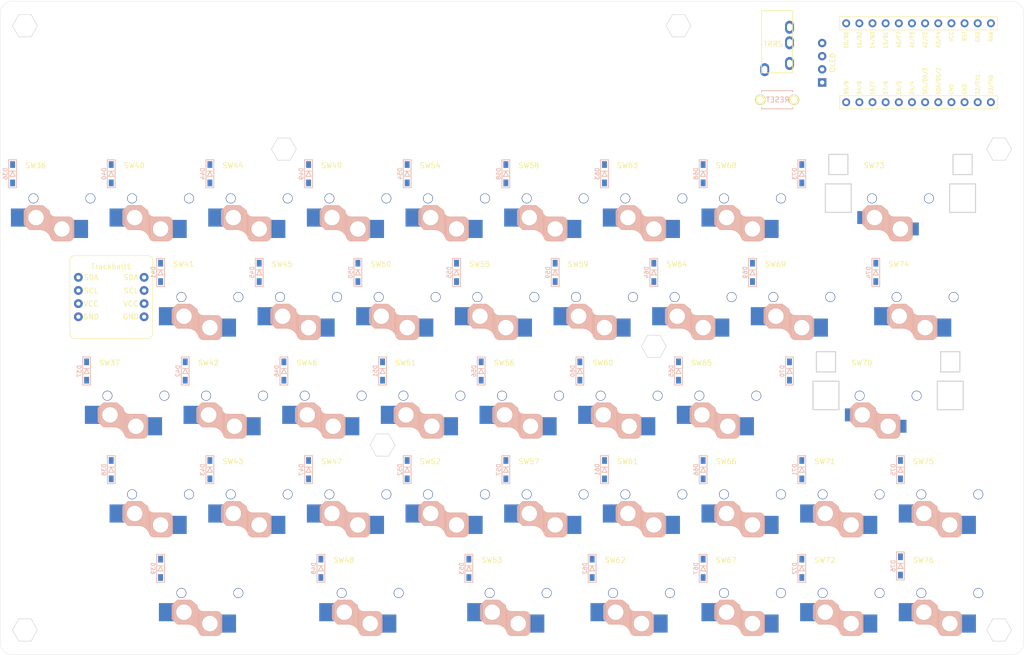
<source format=kicad_pcb>
(kicad_pcb (version 20240108) (generator "pcbnew") (generator_version "8.0")
  (layers (0 "F.Cu" signal) (31 "B.Cu" signal) (34 "B.Paste" user) (35 "F.Paste" user) (36 "B.SilkS" user "B.Silkscreen") (37 "F.SilkS" user "F.Silkscreen") (38 "B.Mask" user) (39 "F.Mask" user) (44 "Edge.Cuts" user))
  (net 0 "")
  (net 1 "Net-(D36-A)")
  (net 2 "Row0")
  (net 3 "Net-(D37-A)")
  (net 4 "Row2")
  (net 5 "Row3")
  (net 6 "Net-(D38-A)")
  (net 7 "Net-(D39-A)")
  (net 8 "Row4")
  (net 9 "Net-(D40-A)")
  (net 10 "Net-(D41-A)")
  (net 11 "Row1")
  (net 12 "Net-(D42-A)")
  (net 13 "Net-(D43-A)")
  (net 14 "Net-(D44-A)")
  (net 15 "Net-(D45-A)")
  (net 16 "Net-(D46-A)")
  (net 17 "Net-(D47-A)")
  (net 18 "Net-(D48-A)")
  (net 19 "Net-(D49-A)")
  (net 20 "Net-(D50-A)")
  (net 21 "Net-(D51-A)")
  (net 22 "Net-(D52-A)")
  (net 23 "Net-(D53-A)")
  (net 24 "Net-(D54-A)")
  (net 25 "Net-(D55-A)")
  (net 26 "Net-(D56-A)")
  (net 27 "Net-(D57-A)")
  (net 28 "Net-(D58-A)")
  (net 29 "Net-(D59-A)")
  (net 30 "Net-(D60-A)")
  (net 31 "Net-(D61-A)")
  (net 32 "Net-(D62-A)")
  (net 33 "Net-(D63-A)")
  (net 34 "Net-(D64-A)")
  (net 35 "Net-(D65-A)")
  (net 36 "Net-(D66-A)")
  (net 37 "Net-(D67-A)")
  (net 38 "Net-(D68-A)")
  (net 39 "Net-(D69-A)")
  (net 40 "Net-(D70-A)")
  (net 41 "Net-(D71-A)")
  (net 42 "Net-(D72-A)")
  (net 43 "Net-(D73-A)")
  (net 44 "Net-(D74-A)")
  (net 45 "Net-(D75-A)")
  (net 46 "Net-(D76-A)")
  (net 47 "SCL")
  (net 48 "VCC")
  (net 49 "GND")
  (net 50 "SDA")
  (net 51 "Col0")
  (net 52 "Col1")
  (net 53 "Col2")
  (net 54 "Col3")
  (net 55 "Col4")
  (net 56 "Col5")
  (net 57 "Col6")
  (net 58 "Col7")
  (net 59 "Col8")
  (net 60 "Reset")
  (footprint "kbd_SW:Choc_Hotswap_2u_Stab" (layer "F.Cu") (at 190.5 57.15)
    (property "Reference" "SW73" (at -5.08 -6.35 180) (layer "F.SilkS"))
    (property "Value" "SW_Push" (hide yes))
    (fp_line (start -14.5 -2.8) (end -9.5 -2.8) (stroke (width 0.2)) (layer "Edge.Cuts"))
    (fp_line (start -14.5 2.7) (end -14.5 -2.8) (stroke (width 0.2)) (layer "Edge.Cuts"))
    (fp_line (start -13.85 -8.5) (end -10.15 -8.5) (stroke (width 0.2)) (layer "Edge.Cuts"))
    (fp_line (start -13.85 -4.6) (end -13.85 -8.5) (stroke (width 0.2)) (layer "Edge.Cuts"))
    (fp_line (start -10.15 -8.5) (end -10.15 -4.6) (stroke (width 0.2)) (layer "Edge.Cuts"))
    (fp_line (start -10.15 -4.6) (end -13.85 -4.6) (stroke (width 0.2)) (layer "Edge.Cuts"))
    (fp_line (start -9.5 -2.8) (end -9.5 2.7) (stroke (width 0.2)) (layer "Edge.Cuts"))
    (fp_line (start -9.5 2.7) (end -14.5 2.7) (stroke (width 0.2)) (layer "Edge.Cuts"))
    (fp_line (start 9.5 -2.8) (end 9.5 2.7) (stroke (width 0.2)) (layer "Edge.Cuts"))
    (fp_line (start 9.5 2.7) (end 14.5 2.7) (stroke (width 0.2)) (layer "Edge.Cuts"))
    (fp_line (start 10.15 -8.5) (end 10.15 -4.6) (stroke (width 0.2)) (layer "Edge.Cuts"))
    (fp_line (start 10.15 -4.6) (end 13.85 -4.6) (stroke (width 0.2)) (layer "Edge.Cuts"))
    (fp_line (start 13.85 -8.5) (end 10.15 -8.5) (stroke (width 0.2)) (layer "Edge.Cuts"))
    (fp_line (start 13.85 -8.5) (end 13.85 -4.6) (stroke (width 0.2)) (layer "Edge.Cuts"))
    (fp_line (start 14.5 -2.8) (end 9.5 -2.8) (stroke (width 0.2)) (layer "Edge.Cuts"))
    (fp_line (start 14.5 2.7) (end 14.5 -2.8) (stroke (width 0.2)) (layer "Edge.Cuts"))
    (pad "" np_thru_hole circle (at -5.5 0 90) (size 1.9 1.9) (drill 1.7) (layers "*.Cu" "*.Mask"))
    (pad "" np_thru_hole circle (at -5 3.7 90) (size 3.1 3.1) (drill 3) (layers "*.Cu" "*.Mask"))
    (pad "" np_thru_hole circle (at 0 0 90) (size 4 4) (drill 4) (layers "*.Cu" "*.Mask"))
    (pad "" np_thru_hole circle (at 0 5.9 90) (size 3.1 3.1) (drill 3) (layers "*.Cu" "*.Mask"))
    (pad "" np_thru_hole circle (at 5.22 -4.2) (size 1 1) (drill 1) (layers "*.Cu" "*.Mask"))
    (pad "" np_thru_hole circle (at 5.5 0 90) (size 1.9 1.9) (drill 1.7) (layers "*.Cu" "*.Mask"))
    (pad "1" smd rect (at -7.6 3.7 180) (size 1.5 2.5) (layers "B.Cu" "B.Paste" "B.Mask") (net 43 "Net-(D73-A)"))
    (pad "2" smd rect (at 2.8 5.9 180) (size 1.5 2.5) (layers "B.Cu" "B.Paste" "B.Mask") (net 59 "Col8"))
  )
  (footprint "kbd_SW:Choc_Hotswap_1u" (layer "F.Cu") (at 85.725 57.15)
    (property "Reference" "SW49" (at -5.08 -6.35 180) (layer "F.SilkS"))
    (property "Value" "SW_Push" (hide yes))
    (pad "" np_thru_hole circle (at -5.5 0 90) (size 1.9 1.9) (drill 1.7) (layers "*.Cu" "*.Mask"))
    (pad "" np_thru_hole circle (at -5 3.7 90) (size 3.1 3.1) (drill 3) (layers "*.Cu" "*.Mask"))
    (pad "" np_thru_hole circle (at 0 0 90) (size 4 4) (drill 4) (layers "*.Cu" "*.Mask"))
    (pad "" np_thru_hole circle (at 0 5.9 90) (size 3.1 3.1) (drill 3) (layers "*.Cu" "*.Mask"))
    (pad "" np_thru_hole circle (at 5.22 -4.2) (size 1 1) (drill 1) (layers "*.Cu" "*.Mask"))
    (pad "" np_thru_hole circle (at 5.5 0 90) (size 1.9 1.9) (drill 1.7) (layers "*.Cu" "*.Mask"))
    (pad "1" smd rect (at -8.35 3.7 180) (size 3 3.5) (layers "B.Cu" "B.Paste" "B.Mask") (net 19 "Net-(D49-A)"))
    (pad "2" smd rect (at 3.55 5.9 180) (size 3 3.5) (layers "B.Cu" "B.Paste" "B.Mask") (net 54 "Col3"))
  )
  (footprint "kbd_SW:Choc_Hotswap_1u" (layer "F.Cu") (at 180.975 133.35)
    (property "Reference" "SW72" (at -5.08 -6.35 180) (layer "F.SilkS"))
    (property "Value" "SW_Push" (hide yes))
    (pad "" np_thru_hole circle (at -5.5 0 90) (size 1.9 1.9) (drill 1.7) (layers "*.Cu" "*.Mask"))
    (pad "" np_thru_hole circle (at -5 3.7 90) (size 3.1 3.1) (drill 3) (layers "*.Cu" "*.Mask"))
    (pad "" np_thru_hole circle (at 0 0 90) (size 4 4) (drill 4) (layers "*.Cu" "*.Mask"))
    (pad "" np_thru_hole circle (at 0 5.9 90) (size 3.1 3.1) (drill 3) (layers "*.Cu" "*.Mask"))
    (pad "" np_thru_hole circle (at 5.22 -4.2) (size 1 1) (drill 1) (layers "*.Cu" "*.Mask"))
    (pad "" np_thru_hole circle (at 5.5 0 90) (size 1.9 1.9) (drill 1.7) (layers "*.Cu" "*.Mask"))
    (pad "1" smd rect (at -8.35 3.7 180) (size 3 3.5) (layers "B.Cu" "B.Paste" "B.Mask") (net 42 "Net-(D72-A)"))
    (pad "2" smd rect (at 3.55 5.9 180) (size 3 3.5) (layers "B.Cu" "B.Paste" "B.Mask") (net 58 "Col7"))
  )
  (footprint "kbd_SW:Choc_Hotswap_1u" (layer "F.Cu") (at 195.2625 76.2)
    (property "Reference" "SW74" (at -5.08 -6.35 180) (layer "F.SilkS"))
    (property "Value" "SW_Push" (hide yes))
    (pad "" np_thru_hole circle (at -5.5 0 90) (size 1.9 1.9) (drill 1.7) (layers "*.Cu" "*.Mask"))
    (pad "" np_thru_hole circle (at -5 3.7 90) (size 3.1 3.1) (drill 3) (layers "*.Cu" "*.Mask"))
    (pad "" np_thru_hole circle (at 0 0 90) (size 4 4) (drill 4) (layers "*.Cu" "*.Mask"))
    (pad "" np_thru_hole circle (at 0 5.9 90) (size 3.1 3.1) (drill 3) (layers "*.Cu" "*.Mask"))
    (pad "" np_thru_hole circle (at 5.22 -4.2) (size 1 1) (drill 1) (layers "*.Cu" "*.Mask"))
    (pad "" np_thru_hole circle (at 5.5 0 90) (size 1.9 1.9) (drill 1.7) (layers "*.Cu" "*.Mask"))
    (pad "1" smd rect (at -8.35 3.7 180) (size 3 3.5) (layers "B.Cu" "B.Paste" "B.Mask") (net 44 "Net-(D74-A)"))
    (pad "2" smd rect (at 3.55 5.9 180) (size 3 3.5) (layers "B.Cu" "B.Paste" "B.Mask") (net 59 "Col8"))
  )
  (footprint "kbd_Parts:Diode_SMD" (layer "F.Cu") (at 152.4 128.5875 -90)
    (property "Reference" "D67" (at 0 1.4 -90) (layer "B.SilkS") (effects (font (size 0.8 0.8) (thickness 0.125)) (justify mirror)))
    (property "Value" "D" (hide yes))
    (pad "1" smd rect (at -1.775 0 270) (size 1.3 0.95) (layers "B.Cu" "B.Paste" "B.Mask") (net 8 "Row4"))
    (pad "2" smd rect (at 1.775 0 270) (size 1.3 0.95) (layers "B.Cu" "B.Paste" "B.Mask") (net 37 "Net-(D67-A)"))
  )
  (footprint "kbd_Parts:Diode_SMD" (layer "F.Cu") (at 66.675 71.4375 -90)
    (property "Reference" "D45" (at 0 1.4 -90) (layer "B.SilkS") (effects (font (size 0.8 0.8) (thickness 0.125)) (justify mirror)))
    (property "Value" "D" (hide yes))
    (pad "1" smd rect (at -1.775 0 270) (size 1.3 0.95) (layers "B.Cu" "B.Paste" "B.Mask") (net 11 "Row1"))
    (pad "2" smd rect (at 1.775 0 270) (size 1.3 0.95) (layers "B.Cu" "B.Paste" "B.Mask") (net 15 "Net-(D45-A)"))
  )
  (footprint "kbd_Hole:m2_Spacer_Hole_hex" (layer "F.Cu") (at 147.6375 23.8125)
    (property "Reference" "Ref**" (hide yes))
    (property "Value" "Val**" (hide yes))
    (fp_line (start -2.4 0) (end -1.2 2.15) (stroke (width 0.1)) (layer "Edge.Cuts"))
    (fp_line (start -1.2 -2.15) (end -2.4 0) (stroke (width 0.1)) (layer "Edge.Cuts"))
    (fp_line (start -1.2 2.15) (end 1.2 2.15) (stroke (width 0.1)) (layer "Edge.Cuts"))
    (fp_line (start 1.2 -2.15) (end -1.2 -2.15) (stroke (width 0.1)) (layer "Edge.Cuts"))
    (fp_line (start 1.2 2.15) (end 2.4 0) (stroke (width 0.1)) (layer "Edge.Cuts"))
    (fp_line (start 2.4 0) (end 1.2 -2.15) (stroke (width 0.1)) (layer "Edge.Cuts"))
  )
  (footprint "kbd_Parts:Diode_SMD" (layer "F.Cu") (at 114.3 52.3875 -90)
    (property "Reference" "D58" (at 0 1.4 -90) (layer "B.SilkS") (effects (font (size 0.8 0.8) (thickness 0.125)) (justify mirror)))
    (property "Value" "D" (hide yes))
    (pad "1" smd rect (at -1.775 0 270) (size 1.3 0.95) (layers "B.Cu" "B.Paste" "B.Mask") (net 2 "Row0"))
    (pad "2" smd rect (at 1.775 0 270) (size 1.3 0.95) (layers "B.Cu" "B.Paste" "B.Mask") (net 28 "Net-(D58-A)"))
  )
  (footprint "kbd_SW:Choc_Hotswap_1u" (layer "F.Cu") (at 161.925 57.15)
    (property "Reference" "SW68" (at -5.08 -6.35 180) (layer "F.SilkS"))
    (property "Value" "SW_Push" (hide yes))
    (pad "" np_thru_hole circle (at -5.5 0 90) (size 1.9 1.9) (drill 1.7) (layers "*.Cu" "*.Mask"))
    (pad "" np_thru_hole circle (at -5 3.7 90) (size 3.1 3.1) (drill 3) (layers "*.Cu" "*.Mask"))
    (pad "" np_thru_hole circle (at 0 0 90) (size 4 4) (drill 4) (layers "*.Cu" "*.Mask"))
    (pad "" np_thru_hole circle (at 0 5.9 90) (size 3.1 3.1) (drill 3) (layers "*.Cu" "*.Mask"))
    (pad "" np_thru_hole circle (at 5.22 -4.2) (size 1 1) (drill 1) (layers "*.Cu" "*.Mask"))
    (pad "" np_thru_hole circle (at 5.5 0 90) (size 1.9 1.9) (drill 1.7) (layers "*.Cu" "*.Mask"))
    (pad "1" smd rect (at -8.35 3.7 180) (size 3 3.5) (layers "B.Cu" "B.Paste" "B.Mask") (net 38 "Net-(D68-A)"))
    (pad "2" smd rect (at 3.55 5.9 180) (size 3 3.5) (layers "B.Cu" "B.Paste" "B.Mask") (net 58 "Col7"))
  )
  (footprint "kbd_Parts:Diode_SMD" (layer "F.Cu") (at 104.775 71.4375 -90)
    (property "Reference" "D55" (at 0 1.4 -90) (layer "B.SilkS") (effects (font (size 0.8 0.8) (thickness 0.125)) (justify mirror)))
    (property "Value" "D" (hide yes))
    (pad "1" smd rect (at -1.775 0 270) (size 1.3 0.95) (layers "B.Cu" "B.Paste" "B.Mask") (net 11 "Row1"))
    (pad "2" smd rect (at 1.775 0 270) (size 1.3 0.95) (layers "B.Cu" "B.Paste" "B.Mask") (net 25 "Net-(D55-A)"))
  )
  (footprint "kbd_Parts:Diode_SMD" (layer "F.Cu") (at 109.5375 90.4875 -90)
    (property "Reference" "D56" (at 0 1.4 -90) (layer "B.SilkS") (effects (font (size 0.8 0.8) (thickness 0.125)) (justify mirror)))
    (property "Value" "D" (hide yes))
    (pad "1" smd rect (at -1.775 0 270) (size 1.3 0.95) (layers "B.Cu" "B.Paste" "B.Mask") (net 4 "Row2"))
    (pad "2" smd rect (at 1.775 0 270) (size 1.3 0.95) (layers "B.Cu" "B.Paste" "B.Mask") (net 26 "Net-(D56-A)"))
  )
  (footprint "kbd_SW:Choc_Hotswap_1u" (layer "F.Cu") (at 57.15 133.35)
    (property "Reference" "SW39" (hide yes))
    (property "Value" "SW_Push" (hide yes))
    (pad "" np_thru_hole circle (at -5.5 0 90) (size 1.9 1.9) (drill 1.7) (layers "*.Cu" "*.Mask"))
    (pad "" np_thru_hole circle (at -5 3.7 90) (size 3.1 3.1) (drill 3) (layers "*.Cu" "*.Mask"))
    (pad "" np_thru_hole circle (at 0 0 90) (size 4 4) (drill 4) (layers "*.Cu" "*.Mask"))
    (pad "" np_thru_hole circle (at 0 5.9 90) (size 3.1 3.1) (drill 3) (layers "*.Cu" "*.Mask"))
    (pad "" np_thru_hole circle (at 5.22 -4.2) (size 1 1) (drill 1) (layers "*.Cu" "*.Mask"))
    (pad "" np_thru_hole circle (at 5.5 0 90) (size 1.9 1.9) (drill 1.7) (layers "*.Cu" "*.Mask"))
    (pad "1" smd rect (at -8.35 3.7 180) (size 3 3.5) (layers "B.Cu" "B.Paste" "B.Mask") (net 7 "Net-(D39-A)"))
    (pad "2" smd rect (at 3.55 5.9 180) (size 3 3.5) (layers "B.Cu" "B.Paste" "B.Mask") (net 51 "Col0"))
  )
  (footprint "kbd_Parts:Diode_SMD" (layer "F.Cu") (at 190.5 109.5375 -90)
    (property "Reference" "D75" (at 0 1.4 -90) (layer "B.SilkS") (effects (font (size 0.8 0.8) (thickness 0.125)) (justify mirror)))
    (property "Value" "D" (hide yes))
    (pad "1" smd rect (at -1.775 0 270) (size 1.3 0.95) (layers "B.Cu" "B.Paste" "B.Mask") (net 5 "Row3"))
    (pad "2" smd rect (at 1.775 0 270) (size 1.3 0.95) (layers "B.Cu" "B.Paste" "B.Mask") (net 45 "Net-(D75-A)"))
  )
  (footprint "kbd_SW:Choc_Hotswap_1u" (layer "F.Cu") (at 200.025 114.3)
    (property "Reference" "SW75" (at -5.08 -6.35 180) (layer "F.SilkS"))
    (property "Value" "SW_Push" (hide yes))
    (pad "" np_thru_hole circle (at -5.5 0 90) (size 1.9 1.9) (drill 1.7) (layers "*.Cu" "*.Mask"))
    (pad "" np_thru_hole circle (at -5 3.7 90) (size 3.1 3.1) (drill 3) (layers "*.Cu" "*.Mask"))
    (pad "" np_thru_hole circle (at 0 0 90) (size 4 4) (drill 4) (layers "*.Cu" "*.Mask"))
    (pad "" np_thru_hole circle (at 0 5.9 90) (size 3.1 3.1) (drill 3) (layers "*.Cu" "*.Mask"))
    (pad "" np_thru_hole circle (at 5.22 -4.2) (size 1 1) (drill 1) (layers "*.Cu" "*.Mask"))
    (pad "" np_thru_hole circle (at 5.5 0 90) (size 1.9 1.9) (drill 1.7) (layers "*.Cu" "*.Mask"))
    (pad "1" smd rect (at -8.35 3.7 180) (size 3 3.5) (layers "B.Cu" "B.Paste" "B.Mask") (net 45 "Net-(D75-A)"))
    (pad "2" smd rect (at 3.55 5.9 180) (size 3 3.5) (layers "B.Cu" "B.Paste" "B.Mask") (net 59 "Col8"))
  )
  (footprint "kbd_Parts:Diode_SMD" (layer "F.Cu") (at 90.4875 90.4875 -90)
    (property "Reference" "D51" (at 0 1.4 -90) (layer "B.SilkS") (effects (font (size 0.8 0.8) (thickness 0.125)) (justify mirror)))
    (property "Value" "D" (hide yes))
    (pad "1" smd rect (at -1.775 0 270) (size 1.3 0.95) (layers "B.Cu" "B.Paste" "B.Mask") (net 4 "Row2"))
    (pad "2" smd rect (at 1.775 0 270) (size 1.3 0.95) (layers "B.Cu" "B.Paste" "B.Mask") (net 21 "Net-(D51-A)"))
  )
  (footprint "kbd_Hole:m2_Spacer_Hole_hex" (layer "F.Cu") (at 142.875 85.725)
    (property "Reference" "Ref**" (hide yes))
    (property "Value" "Val**" (hide yes))
    (fp_line (start -2.4 0) (end -1.2 2.15) (stroke (width 0.1)) (layer "Edge.Cuts"))
    (fp_line (start -1.2 -2.15) (end -2.4 0) (stroke (width 0.1)) (layer "Edge.Cuts"))
    (fp_line (start -1.2 2.15) (end 1.2 2.15) (stroke (width 0.1)) (layer "Edge.Cuts"))
    (fp_line (start 1.2 -2.15) (end -1.2 -2.15) (stroke (width 0.1)) (layer "Edge.Cuts"))
    (fp_line (start 1.2 2.15) (end 2.4 0) (stroke (width 0.1)) (layer "Edge.Cuts"))
    (fp_line (start 2.4 0) (end 1.2 -2.15) (stroke (width 0.1)) (layer "Edge.Cuts"))
  )
  (footprint "kbd_Parts:Diode_SMD" (layer "F.Cu") (at 169.06875 90.4875 -90)
    (property "Reference" "D70" (at 0 1.4 -90) (layer "B.SilkS") (effects (font (size 0.8 0.8) (thickness 0.125)) (justify mirror)))
    (property "Value" "D" (hide yes))
    (pad "1" smd rect (at -1.775 0 270) (size 1.3 0.95) (layers "B.Cu" "B.Paste" "B.Mask") (net 4 "Row2"))
    (pad "2" smd rect (at 1.775 0 270) (size 1.3 0.95) (layers "B.Cu" "B.Paste" "B.Mask") (net 40 "Net-(D70-A)"))
  )
  (footprint "kbd_SW:Choc_Hotswap_1u" (layer "F.Cu") (at 119.0625 95.25)
    (property "Reference" "SW56" (at -5.08 -6.35 180) (layer "F.SilkS"))
    (property "Value" "SW_Push" (hide yes))
    (pad "" np_thru_hole circle (at -5.5 0 90) (size 1.9 1.9) (drill 1.7) (layers "*.Cu" "*.Mask"))
    (pad "" np_thru_hole circle (at -5 3.7 90) (size 3.1 3.1) (drill 3) (layers "*.Cu" "*.Mask"))
    (pad "" np_thru_hole circle (at 0 0 90) (size 4 4) (drill 4) (layers "*.Cu" "*.Mask"))
    (pad "" np_thru_hole circle (at 0 5.9 90) (size 3.1 3.1) (drill 3) (layers "*.Cu" "*.Mask"))
    (pad "" np_thru_hole circle (at 5.22 -4.2) (size 1 1) (drill 1) (layers "*.Cu" "*.Mask"))
    (pad "" np_thru_hole circle (at 5.5 0 90) (size 1.9 1.9) (drill 1.7) (layers "*.Cu" "*.Mask"))
    (pad "1" smd rect (at -8.35 3.7 180) (size 3 3.5) (layers "B.Cu" "B.Paste" "B.Mask") (net 26 "Net-(D56-A)"))
    (pad "2" smd rect (at 3.55 5.9 180) (size 3 3.5) (layers "B.Cu" "B.Paste" "B.Mask") (net 55 "Col4"))
  )
  (footprint "kbd_SW:Choc_Hotswap_1u" (layer "F.Cu") (at 88.10625 133.35)
    (property "Reference" "SW48" (at -5.08 -6.35 180) (layer "F.SilkS"))
    (property "Value" "SW_Push" (hide yes))
    (pad "" np_thru_hole circle (at -5.5 0 90) (size 1.9 1.9) (drill 1.7) (layers "*.Cu" "*.Mask"))
    (pad "" np_thru_hole circle (at -5 3.7 90) (size 3.1 3.1) (drill 3) (layers "*.Cu" "*.Mask"))
    (pad "" np_thru_hole circle (at 0 0 90) (size 4 4) (drill 4) (layers "*.Cu" "*.Mask"))
    (pad "" np_thru_hole circle (at 0 5.9 90) (size 3.1 3.1) (drill 3) (layers "*.Cu" "*.Mask"))
    (pad "" np_thru_hole circle (at 5.22 -4.2) (size 1 1) (drill 1) (layers "*.Cu" "*.Mask"))
    (pad "" np_thru_hole circle (at 5.5 0 90) (size 1.9 1.9) (drill 1.7) (layers "*.Cu" "*.Mask"))
    (pad "1" smd rect (at -8.35 3.7 180) (size 3 3.5) (layers "B.Cu" "B.Paste" "B.Mask") (net 18 "Net-(D48-A)"))
    (pad "2" smd rect (at 3.55 5.9 180) (size 3 3.5) (layers "B.Cu" "B.Paste" "B.Mask") (net 53 "Col2"))
  )
  (footprint "kbd_Parts:Diode_SMD" (layer "F.Cu") (at 71.4375 90.4875 -90)
    (property "Reference" "D46" (at 0 1.4 -90) (layer "B.SilkS") (effects (font (size 0.8 0.8) (thickness 0.125)) (justify mirror)))
    (property "Value" "D" (hide yes))
    (pad "1" smd rect (at -1.775 0 270) (size 1.3 0.95) (layers "B.Cu" "B.Paste" "B.Mask") (net 4 "Row2"))
    (pad "2" smd rect (at 1.775 0 270) (size 1.3 0.95) (layers "B.Cu" "B.Paste" "B.Mask") (net 16 "Net-(D46-A)"))
  )
  (footprint "kbd_SW:Choc_Hotswap_1u" (layer "F.Cu") (at 47.625 57.15)
    (property "Reference" "SW40" (at -5.08 -6.35 180) (layer "F.SilkS"))
    (property "Value" "SW_Push" (hide yes))
    (pad "" np_thru_hole circle (at -5.5 0 90) (size 1.9 1.9) (drill 1.7) (layers "*.Cu" "*.Mask"))
    (pad "" np_thru_hole circle (at -5 3.7 90) (size 3.1 3.1) (drill 3) (layers "*.Cu" "*.Mask"))
    (pad "" np_thru_hole circle (at 0 0 90) (size 4 4) (drill 4) (layers "*.Cu" "*.Mask"))
    (pad "" np_thru_hole circle (at 0 5.9 90) (size 3.1 3.1) (drill 3) (layers "*.Cu" "*.Mask"))
    (pad "" np_thru_hole circle (at 5.22 -4.2) (size 1 1) (drill 1) (layers "*.Cu" "*.Mask"))
    (pad "" np_thru_hole circle (at 5.5 0 90) (size 1.9 1.9) (drill 1.7) (layers "*.Cu" "*.Mask"))
    (pad "1" smd rect (at -8.35 3.7 180) (size 3 3.5) (layers "B.Cu" "B.Paste" "B.Mask") (net 9 "Net-(D40-A)"))
    (pad "2" smd rect (at 3.55 5.9 180) (size 3 3.5) (layers "B.Cu" "B.Paste" "B.Mask") (net 52 "Col1"))
  )
  (footprint "kbd_SW:Choc_Hotswap_1u" (layer "F.Cu") (at 114.3 76.2)
    (property "Reference" "SW55" (at -5.08 -6.35 180) (layer "F.SilkS"))
    (property "Value" "SW_Push" (hide yes))
    (pad "" np_thru_hole circle (at -5.5 0 90) (size 1.9 1.9) (drill 1.7) (layers "*.Cu" "*.Mask"))
    (pad "" np_thru_hole circle (at -5 3.7 90) (size 3.1 3.1) (drill 3) (layers "*.Cu" "*.Mask"))
    (pad "" np_thru_hole circle (at 0 0 90) (size 4 4) (drill 4) (layers "*.Cu" "*.Mask"))
    (pad "" np_thru_hole circle (at 0 5.9 90) (size 3.1 3.1) (drill 3) (layers "*.Cu" "*.Mask"))
    (pad "" np_thru_hole circle (at 5.22 -4.2) (size 1 1) (drill 1) (layers "*.Cu" "*.Mask"))
    (pad "" np_thru_hole circle (at 5.5 0 90) (size 1.9 1.9) (drill 1.7) (layers "*.Cu" "*.Mask"))
    (pad "1" smd rect (at -8.35 3.7 180) (size 3 3.5) (layers "B.Cu" "B.Paste" "B.Mask") (net 25 "Net-(D55-A)"))
    (pad "2" smd rect (at 3.55 5.9 180) (size 3 3.5) (layers "B.Cu" "B.Paste" "B.Mask") (net 55 "Col4"))
  )
  (footprint "kbd_SW:Choc_Hotswap_1u" (layer "F.Cu") (at 66.675 57.15)
    (property "Reference" "SW44" (at -5.08 -6.35 180) (layer "F.SilkS"))
    (property "Value" "SW_Push" (hide yes))
    (pad "" np_thru_hole circle (at -5.5 0 90) (size 1.9 1.9) (drill 1.7) (layers "*.Cu" "*.Mask"))
    (pad "" np_thru_hole circle (at -5 3.7 90) (size 3.1 3.1) (drill 3) (layers "*.Cu" "*.Mask"))
    (pad "" np_thru_hole circle (at 0 0 90) (size 4 4) (drill 4) (layers "*.Cu" "*.Mask"))
    (pad "" np_thru_hole circle (at 0 5.9 90) (size 3.1 3.1) (drill 3) (layers "*.Cu" "*.Mask"))
    (pad "" np_thru_hole circle (at 5.22 -4.2) (size 1 1) (drill 1) (layers "*.Cu" "*.Mask"))
    (pad "" np_thru_hole circle (at 5.5 0 90) (size 1.9 1.9) (drill 1.7) (layers "*.Cu" "*.Mask"))
    (pad "1" smd rect (at -8.35 3.7 180) (size 3 3.5) (layers "B.Cu" "B.Paste" "B.Mask") (net 14 "Net-(D44-A)"))
    (pad "2" smd rect (at 3.55 5.9 180) (size 3 3.5) (layers "B.Cu" "B.Paste" "B.Mask") (net 53 "Col2"))
  )
  (footprint "kbd_SW:Choc_Hotswap_1u" (layer "F.Cu") (at 100.0125 95.25)
    (property "Reference" "SW51" (at -5.08 -6.35 180) (layer "F.SilkS"))
    (property "Value" "SW_Push" (hide yes))
    (pad "" np_thru_hole circle (at -5.5 0 90) (size 1.9 1.9) (drill 1.7) (layers "*.Cu" "*.Mask"))
    (pad "" np_thru_hole circle (at -5 3.7 90) (size 3.1 3.1) (drill 3) (layers "*.Cu" "*.Mask"))
    (pad "" np_thru_hole circle (at 0 0 90) (size 4 4) (drill 4) (layers "*.Cu" "*.Mask"))
    (pad "" np_thru_hole circle (at 0 5.9 90) (size 3.1 3.1) (drill 3) (layers "*.Cu" "*.Mask"))
    (pad "" np_thru_hole circle (at 5.22 -4.2) (size 1 1) (drill 1) (layers "*.Cu" "*.Mask"))
    (pad "" np_thru_hole circle (at 5.5 0 90) (size 1.9 1.9) (drill 1.7) (layers "*.Cu" "*.Mask"))
    (pad "1" smd rect (at -8.35 3.7 180) (size 3 3.5) (layers "B.Cu" "B.Paste" "B.Mask") (net 21 "Net-(D51-A)"))
    (pad "2" smd rect (at 3.55 5.9 180) (size 3 3.5) (layers "B.Cu" "B.Paste" "B.Mask") (net 54 "Col3"))
  )
  (footprint "kbd_Parts:Diode_SMD" (layer "F.Cu") (at 161.925 71.4375 -90)
    (property "Reference" "D69" (at 0 1.4 -90) (layer "B.SilkS") (effects (font (size 0.8 0.8) (thickness 0.125)) (justify mirror)))
    (property "Value" "D" (hide yes))
    (pad "1" smd rect (at -1.775 0 270) (size 1.3 0.95) (layers "B.Cu" "B.Paste" "B.Mask") (net 11 "Row1"))
    (pad "2" smd rect (at 1.775 0 270) (size 1.3 0.95) (layers "B.Cu" "B.Paste" "B.Mask") (net 39 "Net-(D69-A)"))
  )
  (footprint "kbd_Parts:Diode_SMD" (layer "F.Cu") (at 47.625 128.5875 -90)
    (property "Reference" "D39" (at 0 1.4 -90) (layer "B.SilkS") (effects (font (size 0.8 0.8) (thickness 0.125)) (justify mirror)))
    (property "Value" "D" (hide yes))
    (pad "1" smd rect (at -1.775 0 270) (size 1.3 0.95) (layers "B.Cu" "B.Paste" "B.Mask") (net 8 "Row4"))
    (pad "2" smd rect (at 1.775 0 270) (size 1.3 0.95) (layers "B.Cu" "B.Paste" "B.Mask") (net 7 "Net-(D39-A)"))
  )
  (footprint "kbd_SW:Choc_Hotswap_1u" (layer "F.Cu") (at 104.775 114.3)
    (property "Reference" "SW52" (at -5.08 -6.35 180) (layer "F.SilkS"))
    (property "Value" "SW_Push" (hide yes))
    (pad "" np_thru_hole circle (at -5.5 0 90) (size 1.9 1.9) (drill 1.7) (layers "*.Cu" "*.Mask"))
    (pad "" np_thru_hole circle (at -5 3.7 90) (size 3.1 3.1) (drill 3) (layers "*.Cu" "*.Mask"))
    (pad "" np_thru_hole circle (at 0 0 90) (size 4 4) (drill 4) (layers "*.Cu" "*.Mask"))
    (pad "" np_thru_hole circle (at 0 5.9 90) (size 3.1 3.1) (drill 3) (layers "*.Cu" "*.Mask"))
    (pad "" np_thru_hole circle (at 5.22 -4.2) (size 1 1) (drill 1) (layers "*.Cu" "*.Mask"))
    (pad "" np_thru_hole circle (at 5.5 0 90) (size 1.9 1.9) (drill 1.7) (layers "*.Cu" "*.Mask"))
    (pad "1" smd rect (at -8.35 3.7 180) (size 3 3.5) (layers "B.Cu" "B.Paste" "B.Mask") (net 22 "Net-(D52-A)"))
    (pad "2" smd rect (at 3.55 5.9 180) (size 3 3.5) (layers "B.Cu" "B.Paste" "B.Mask") (net 54 "Col3"))
  )
  (footprint "kbd_Hole:m2_Spacer_Hole_hex" (layer "F.Cu") (at 90.4875 104.775)
    (property "Reference" "Ref**" (hide yes))
    (property "Value" "Val**" (hide yes))
    (fp_line (start -2.4 0) (end -1.2 2.15) (stroke (width 0.1)) (layer "Edge.Cuts"))
    (fp_line (start -1.2 -2.15) (end -2.4 0) (stroke (width 0.1)) (layer "Edge.Cuts"))
    (fp_line (start -1.2 2.15) (end 1.2 2.15) (stroke (width 0.1)) (layer "Edge.Cuts"))
    (fp_line (start 1.2 -2.15) (end -1.2 -2.15) (stroke (width 0.1)) (layer "Edge.Cuts"))
    (fp_line (start 1.2 2.15) (end 2.4 0) (stroke (width 0.1)) (layer "Edge.Cuts"))
    (fp_line (start 2.4 0) (end 1.2 -2.15) (stroke (width 0.1)) (layer "Edge.Cuts"))
  )
  (footprint "kbd_SW:Choc_Hotswap_1u" (layer "F.Cu") (at 152.4 76.2)
    (property "Reference" "SW64" (at -5.08 -6.35 180) (layer "F.SilkS"))
    (property "Value" "SW_Push" (hide yes))
    (pad "" np_thru_hole circle (at -5.5 0 90) (size 1.9 1.9) (drill 1.7) (layers "*.Cu" "*.Mask"))
    (pad "" np_thru_hole circle (at -5 3.7 90) (size 3.1 3.1) (drill 3) (layers "*.Cu" "*.Mask"))
    (pad "" np_thru_hole circle (at 0 0 90) (size 4 4) (drill 4) (layers "*.Cu" "*.Mask"))
    (pad "" np_thru_hole circle (at 0 5.9 90) (size 3.1 3.1) (drill 3) (layers "*.Cu" "*.Mask"))
    (pad "" np_thru_hole circle (at 5.22 -4.2) (size 1 1) (drill 1) (layers "*.Cu" "*.Mask"))
    (pad "" np_thru_hole circle (at 5.5 0 90) (size 1.9 1.9) (drill 1.7) (layers "*.Cu" "*.Mask"))
    (pad "1" smd rect (at -8.35 3.7 180) (size 3 3.5) (layers "B.Cu" "B.Paste" "B.Mask") (net 34 "Net-(D64-A)"))
    (pad "2" smd rect (at 3.55 5.9 180) (size 3 3.5) (layers "B.Cu" "B.Paste" "B.Mask") (net 57 "Col6"))
  )
  (footprint "kbd_SW:Choc_Hotswap_1u" (layer "F.Cu") (at 42.8625 95.25)
    (property "Reference" "SW37" (at -5.08 -6.35 180) (layer "F.SilkS"))
    (property "Value" "SW_Push" (hide yes))
    (pad "" np_thru_hole circle (at -5.5 0 90) (size 1.9 1.9) (drill 1.7) (layers "*.Cu" "*.Mask"))
    (pad "" np_thru_hole circle (at -5 3.7 90) (size 3.1 3.1) (drill 3) (layers "*.Cu" "*.Mask"))
    (pad "" np_thru_hole circle (at 0 0 90) (size 4 4) (drill 4) (layers "*.Cu" "*.Mask"))
    (pad "" np_thru_hole circle (at 0 5.9 90) (size 3.1 3.1) (drill 3) (layers "*.Cu" "*.Mask"))
    (pad "" np_thru_hole circle (at 5.22 -4.2) (size 1 1) (drill 1) (layers "*.Cu" "*.Mask"))
    (pad "" np_thru_hole circle (at 5.5 0 90) (size 1.9 1.9) (drill 1.7) (layers "*.Cu" "*.Mask"))
    (pad "1" smd rect (at -8.35 3.7 180) (size 3 3.5) (layers "B.Cu" "B.Paste" "B.Mask") (net 3 "Net-(D37-A)"))
    (pad "2" smd rect (at 3.55 5.9 180) (size 3 3.5) (layers "B.Cu" "B.Paste" "B.Mask") (net 51 "Col0"))
  )
  (footprint "kbd_Parts:Diode_SMD" (layer "F.Cu") (at 95.25 52.3875 -90)
    (property "Reference" "D54" (at 0 1.4 -90) (layer "B.SilkS") (effects (font (size 0.8 0.8) (thickness 0.125)) (justify mirror)))
    (property "Value" "D" (hide yes))
    (pad "1" smd rect (at -1.775 0 270) (size 1.3 0.95) (layers "B.Cu" "B.Paste" "B.Mask") (net 2 "Row0"))
    (pad "2" smd rect (at 1.775 0 270) (size 1.3 0.95) (layers "B.Cu" "B.Paste" "B.Mask") (net 24 "Net-(D54-A)"))
  )
  (footprint "kbd_SW:Choc_Hotswap_1u" (layer "F.Cu") (at 138.1125 95.25)
    (property "Reference" "SW60" (at -5.08 -6.35 180) (layer "F.SilkS"))
    (property "Value" "SW_Push" (hide yes))
    (pad "" np_thru_hole circle (at -5.5 0 90) (size 1.9 1.9) (drill 1.7) (layers "*.Cu" "*.Mask"))
    (pad "" np_thru_hole circle (at -5 3.7 90) (size 3.1 3.1) (drill 3) (layers "*.Cu" "*.Mask"))
    (pad "" np_thru_hole circle (at 0 0 90) (size 4 4) (drill 4) (layers "*.Cu" "*.Mask"))
    (pad "" np_thru_hole circle (at 0 5.9 90) (size 3.1 3.1) (drill 3) (layers "*.Cu" "*.Mask"))
    (pad "" np_thru_hole circle (at 5.22 -4.2) (size 1 1) (drill 1) (layers "*.Cu" "*.Mask"))
    (pad "" np_thru_hole circle (at 5.5 0 90) (size 1.9 1.9) (drill 1.7) (layers "*.Cu" "*.Mask"))
    (pad "1" smd rect (at -8.35 3.7 180) (size 3 3.5) (layers "B.Cu" "B.Paste" "B.Mask") (net 30 "Net-(D60-A)"))
    (pad "2" smd rect (at 3.55 5.9 180) (size 3 3.5) (layers "B.Cu" "B.Paste" "B.Mask") (net 56 "Col5"))
  )
  (footprint "kbd_SW:Choc_Hotswap_1u" (layer "F.Cu") (at 161.925 114.3)
    (property "Reference" "SW66" (at -5.08 -6.35 180) (layer "F.SilkS"))
    (property "Value" "SW_Push" (hide yes))
    (pad "" np_thru_hole circle (at -5.5 0 90) (size 1.9 1.9) (drill 1.7) (layers "*.Cu" "*.Mask"))
    (pad "" np_thru_hole circle (at -5 3.7 90) (size 3.1 3.1) (drill 3) (layers "*.Cu" "*.Mask"))
    (pad "" np_thru_hole circle (at 0 0 90) (size 4 4) (drill 4) (layers "*.Cu" "*.Mask"))
    (pad "" np_thru_hole circle (at 0 5.9 90) (size 3.1 3.1) (drill 3) (layers "*.Cu" "*.Mask"))
    (pad "" np_thru_hole circle (at 5.22 -4.2) (size 1 1) (drill 1) (layers "*.Cu" "*.Mask"))
    (pad "" np_thru_hole circle (at 5.5 0 90) (size 1.9 1.9) (drill 1.7) (layers "*.Cu" "*.Mask"))
    (pad "1" smd rect (at -8.35 3.7 180) (size 3 3.5) (layers "B.Cu" "B.Paste" "B.Mask") (net 36 "Net-(D66-A)"))
    (pad "2" smd rect (at 3.55 5.9 180) (size 3 3.5) (layers "B.Cu" "B.Paste" "B.Mask") (net 57 "Col6"))
  )
  (footprint "kbd_SW:Choc_Hotswap_1u" (layer "F.Cu") (at 123.825 57.15)
    (property "Reference" "SW58" (at -5.08 -6.35 180) (layer "F.SilkS"))
    (property "Value" "SW_Push" (hide yes))
    (pad "" np_thru_hole circle (at -5.5 0 90) (size 1.9 1.9) (drill 1.7) (layers "*.Cu" "*.Mask"))
    (pad "" np_thru_hole circle (at -5 3.7 90) (size 3.1 3.1) (drill 3) (layers "*.Cu" "*.Mask"))
    (pad "" np_thru_hole circle (at 0 0 90) (size 4 4) (drill 4) (layers "*.Cu" "*.Mask"))
    (pad "" np_thru_hole circle (at 0 5.9 90) (size 3.1 3.1) (drill 3) (layers "*.Cu" "*.Mask"))
    (pad "" np_thru_hole circle (at 5.22 -4.2) (size 1 1) (drill 1) (layers "*.Cu" "*.Mask"))
    (pad "" np_thru_hole circle (at 5.5 0 90) (size 1.9 1.9) (drill 1.7) (layers "*.Cu" "*.Mask"))
    (pad "1" smd rect (at -8.35 3.7 180) (size 3 3.5) (layers "B.Cu" "B.Paste" "B.Mask") (net 28 "Net-(D58-A)"))
    (pad "2" smd rect (at 3.55 5.9 180) (size 3 3.5) (layers "B.Cu" "B.Paste" "B.Mask") (net 56 "Col5"))
  )
  (footprint "kbd_Parts:Diode_SMD" (layer "F.Cu") (at 78.58125 128.5875 -90)
    (property "Reference" "D48" (at 0 1.4 -90) (layer "B.SilkS") (effects (font (size 0.8 0.8) (thickness 0.125)) (justify mirror)))
    (property "Value" "D" (hide yes))
    (pad "1" smd rect (at -1.775 0 270) (size 1.3 0.95) (layers "B.Cu" "B.Paste" "B.Mask") (net 8 "Row4"))
    (pad "2" smd rect (at 1.775 0 270) (size 1.3 0.95) (layers "B.Cu" "B.Paste" "B.Mask") (net 18 "Net-(D48-A)"))
  )
  (footprint "kbd_SW:Choc_Hotswap_1u" (layer "F.Cu") (at 47.625 114.3)
    (property "Reference" "SW38" (hide yes))
    (property "Value" "SW_Push" (hide yes))
    (pad "" np_thru_hole circle (at -5.5 0 90) (size 1.9 1.9) (drill 1.7) (layers "*.Cu" "*.Mask"))
    (pad "" np_thru_hole circle (at -5 3.7 90) (size 3.1 3.1) (drill 3) (layers "*.Cu" "*.Mask"))
    (pad "" np_thru_hole circle (at 0 0 90) (size 4 4) (drill 4) (layers "*.Cu" "*.Mask"))
    (pad "" np_thru_hole circle (at 0 5.9 90) (size 3.1 3.1) (drill 3) (layers "*.Cu" "*.Mask"))
    (pad "" np_thru_hole circle (at 5.22 -4.2) (size 1 1) (drill 1) (layers "*.Cu" "*.Mask"))
    (pad "" np_thru_hole circle (at 5.5 0 90) (size 1.9 1.9) (drill 1.7) (layers "*.Cu" "*.Mask"))
    (pad "1" smd rect (at -8.35 3.7 180) (size 3 3.5) (layers "B.Cu" "B.Paste" "B.Mask") (net 6 "Net-(D38-A)"))
    (pad "2" smd rect (at 3.55 5.9 180) (size 3 3.5) (layers "B.Cu" "B.Paste" "B.Mask") (net 51 "Col0"))
  )
  (footprint "kbd_SW:Choc_Hotswap_1u" (layer "F.Cu") (at 57.15 76.2)
    (property "Reference" "SW41" (at -5.08 -6.35 180) (layer "F.SilkS"))
    (property "Value" "SW_Push" (hide yes))
    (pad "" np_thru_hole circle (at -5.5 0 90) (size 1.9 1.9) (drill 1.7) (layers "*.Cu" "*.Mask"))
    (pad "" np_thru_hole circle (at -5 3.7 90) (size 3.1 3.1) (drill 3) (layers "*.Cu" "*.Mask"))
    (pad "" np_thru_hole circle (at 0 0 90) (size 4 4) (drill 4) (layers "*.Cu" "*.Mask"))
    (pad "" np_thru_hole circle (at 0 5.9 90) (size 3.1 3.1) (drill 3) (layers "*.Cu" "*.Mask"))
    (pad "" np_thru_hole circle (at 5.22 -4.2) (size 1 1) (drill 1) (layers "*.Cu" "*.Mask"))
    (pad "" np_thru_hole circle (at 5.5 0 90) (size 1.9 1.9) (drill 1.7) (layers "*.Cu" "*.Mask"))
    (pad "1" smd rect (at -8.35 3.7 180) (size 3 3.5) (layers "B.Cu" "B.Paste" "B.Mask") (net 10 "Net-(D41-A)"))
    (pad "2" smd rect (at 3.55 5.9 180) (size 3 3.5) (layers "B.Cu" "B.Paste" "B.Mask") (net 52 "Col1"))
  )
  (footprint "kbd_SW:Choc_Hotswap_1u" (layer "F.Cu") (at 200.025 133.35)
    (property "Reference" "SW76" (at -5.08 -6.35 180) (layer "F.SilkS"))
    (property "Value" "SW_Push" (hide yes))
    (pad "" np_thru_hole circle (at -5.5 0 90) (size 1.9 1.9) (drill 1.7) (layers "*.Cu" "*.Mask"))
    (pad "" np_thru_hole circle (at -5 3.7 90) (size 3.1 3.1) (drill 3) (layers "*.Cu" "*.Mask"))
    (pad "" np_thru_hole circle (at 0 0 90) (size 4 4) (drill 4) (layers "*.Cu" "*.Mask"))
    (pad "" np_thru_hole circle (at 0 5.9 90) (size 3.1 3.1) (drill 3) (layers "*.Cu" "*.Mask"))
    (pad "" np_thru_hole circle (at 5.22 -4.2) (size 1 1) (drill 1) (layers "*.Cu" "*.Mask"))
    (pad "" np_thru_hole circle (at 5.5 0 90) (size 1.9 1.9) (drill 1.7) (layers "*.Cu" "*.Mask"))
    (pad "1" smd rect (at -8.35 3.7 180) (size 3 3.5) (layers "B.Cu" "B.Paste" "B.Mask") (net 46 "Net-(D76-A)"))
    (pad "2" smd rect (at 3.55 5.9 180) (size 3 3.5) (layers "B.Cu" "B.Paste" "B.Mask") (net 59 "Col8"))
  )
  (footprint "kbd_Parts:Diode_SMD" (layer "F.Cu") (at 47.625 71.4375 -90)
    (property "Reference" "D41" (at 0 1.4 -90) (layer "B.SilkS") (effects (font (size 0.8 0.8) (thickness 0.125)) (justify mirror)))
    (property "Value" "D" (hide yes))
    (pad "1" smd rect (at -1.775 0 270) (size 1.3 0.95) (layers "B.Cu" "B.Paste" "B.Mask") (net 11 "Row1"))
    (pad "2" smd rect (at 1.775 0 270) (size 1.3 0.95) (layers "B.Cu" "B.Paste" "B.Mask") (net 10 "Net-(D41-A)"))
  )
  (footprint "kbd_Parts:Diode_SMD" (layer "F.Cu") (at 95.25 109.5375 -90)
    (property "Reference" "D52" (at 0 1.4 -90) (layer "B.SilkS") (effects (font (size 0.8 0.8) (thickness 0.125)) (justify mirror)))
    (property "Value" "D" (hide yes))
    (pad "1" smd rect (at -1.775 0 270) (size 1.3 0.95) (layers "B.Cu" "B.Paste" "B.Mask") (net 5 "Row3"))
    (pad "2" smd rect (at 1.775 0 270) (size 1.3 0.95) (layers "B.Cu" "B.Paste" "B.Mask") (net 22 "Net-(D52-A)"))
  )
  (footprint "kbd_Parts:Diode_SMD" (layer "F.Cu") (at 19.05 52.3875 -90)
    (property "Reference" "D36" (at 0 1.4 -90) (layer "B.SilkS") (effects (font (size 0.8 0.8) (thickness 0.125)) (justify mirror)))
    (property "Value" "D" (hide yes))
    (pad "1" smd rect (at -1.775 0 270) (size 1.3 0.95) (layers "B.Cu" "B.Paste" "B.Mask") (net 2 "Row0"))
    (pad "2" smd rect (at 1.775 0 270) (size 1.3 0.95) (layers "B.Cu" "B.Paste" "B.Mask") (net 1 "Net-(D36-A)"))
  )
  (footprint "kbd_Parts:Diode_SMD" (layer "F.Cu") (at 57.15 52.3875 -90)
    (property "Reference" "D44" (at 0 1.4 -90) (layer "B.SilkS") (effects (font (size 0.8 0.8) (thickness 0.125)) (justify mirror)))
    (property "Value" "D" (hide yes))
    (pad "1" smd rect (at -1.775 0 270) (size 1.3 0.95) (layers "B.Cu" "B.Paste" "B.Mask") (net 2 "Row0"))
    (pad "2" smd rect (at 1.775 0 270) (size 1.3 0.95) (layers "B.Cu" "B.Paste" "B.Mask") (net 14 "Net-(D44-A)"))
  )
  (footprint "kbd_Parts:Diode_SMD" (layer "F.Cu") (at 142.875 71.4375 -90)
    (property "Reference" "D64" (at 0 1.4 -90) (layer "B.SilkS") (effects (font (size 0.8 0.8) (thickness 0.125)) (justify mirror)))
    (property "Value" "D" (hide yes))
    (pad "1" smd rect (at -1.775 0 270) (size 1.3 0.95) (layers "B.Cu" "B.Paste" "B.Mask") (net 11 "Row1"))
    (pad "2" smd rect (at 1.775 0 270) (size 1.3 0.95) (layers "B.Cu" "B.Paste" "B.Mask") (net 34 "Net-(D64-A)"))
  )
  (footprint "kbd_Parts:Diode_SMD" (layer "F.Cu") (at 152.4 109.5375 -90)
    (property "Reference" "D66" (at 0 1.4 -90) (layer "B.SilkS") (effects (font (size 0.8 0.8) (thickness 0.125)) (justify mirror)))
    (property "Value" "D" (hide yes))
    (pad "1" smd rect (at -1.775 0 270) (size 1.3 0.95) (layers "B.Cu" "B.Paste" "B.Mask") (net 5 "Row3"))
    (pad "2" smd rect (at 1.775 0 270) (size 1.3 0.95) (layers "B.Cu" "B.Paste" "B.Mask") (net 36 "Net-(D66-A)"))
  )
  (footprint "kbd_Parts:ResetSW" (layer "F.Cu") (at 166.6875 38.1)
    (property "Reference" "SW77" (hide yes))
    (property "Value" "SW_Push")
    (fp_text user "RESET" (at 0.127 0 0) (layer "B.SilkS") (effects (justify mirror)))
    (pad "1" thru_hole circle (at 3.25 0) (size 2 2) (drill 1.3) (layers "*.Cu" "*.Mask" "F.SilkS") (net 60 "Reset"))
    (pad "2" thru_hole circle (at -3.25 0) (size 2 2) (drill 1.3) (layers "*.Cu" "*.Mask" "F.SilkS") (net 49 "GND"))
  )
  (footprint "kbd_SW:Choc_Hotswap_2u_Stab" (layer "F.Cu") (at 188.11875 95.25)
    (property "Reference" "SW70" (at -5.08 -6.35 180) (layer "F.SilkS"))
    (property "Value" "SW_Push" (hide yes))
    (fp_line (start -14.5 -2.8) (end -9.5 -2.8) (stroke (width 0.2)) (layer "Edge.Cuts"))
    (fp_line (start -14.5 2.7) (end -14.5 -2.8) (stroke (width 0.2)) (layer "Edge.Cuts"))
    (fp_line (start -13.85 -8.5) (end -10.15 -8.5) (stroke (width 0.2)) (layer "Edge.Cuts"))
    (fp_line (start -13.85 -4.6) (end -13.85 -8.5) (stroke (width 0.2)) (layer "Edge.Cuts"))
    (fp_line (start -10.15 -8.5) (end -10.15 -4.6) (stroke (width 0.2)) (layer "Edge.Cuts"))
    (fp_line (start -10.15 -4.6) (end -13.85 -4.6) (stroke (width 0.2)) (layer "Edge.Cuts"))
    (fp_line (start -9.5 -2.8) (end -9.5 2.7) (stroke (width 0.2)) (layer "Edge.Cuts"))
    (fp_line (start -9.5 2.7) (end -14.5 2.7) (stroke (width 0.2)) (layer "Edge.Cuts"))
    (fp_line (start 9.5 -2.8) (end 9.5 2.7) (stroke (width 0.2)) (layer "Edge.Cuts"))
    (fp_line (start 9.5 2.7) (end 14.5 2.7) (stroke (width 0.2)) (layer "Edge.Cuts"))
    (fp_line (start 10.15 -8.5) (end 10.15 -4.6) (stroke (width 0.2)) (layer "Edge.Cuts"))
    (fp_line (start 10.15 -4.6) (end 13.85 -4.6) (stroke (width 0.2)) (layer "Edge.Cuts"))
    (fp_line (start 13.85 -8.5) (end 10.15 -8.5) (stroke (width 0.2)) (layer "Edge.Cuts"))
    (fp_line (start 13.85 -8.5) (end 13.85 -4.6) (stroke (width 0.2)) (layer "Edge.Cuts"))
    (fp_line (start 14.5 -2.8) (end 9.5 -2.8) (stroke (width 0.2)) (layer "Edge.Cuts"))
    (fp_line (start 14.5 2.7) (end 14.5 -2.8) (stroke (width 0.2)) (layer "Edge.Cuts"))
    (pad "" np_thru_hole circle (at -5.5 0 90) (size 1.9 1.9) (drill 1.7) (layers "*.Cu" "*.Mask"))
    (pad "" np_thru_hole circle (at -5 3.7 90) (size 3.1 3.1) (drill 3) (layers "*.Cu" "*.Mask"))
    (pad "" np_thru_hole circle (at 0 0 90) (size 4 4) (drill 4) (layers "*.Cu" "*.Mask"))
    (pad "" np_thru_hole circle (at 0 5.9 90) (size 3.1 3.1) (drill 3) (layers "*.Cu" "*.Mask"))
    (pad "" np_thru_hole circle (at 5.22 -4.2) (size 1 1) (drill 1) (layers "*.Cu" "*.Mask"))
    (pad "" np_thru_hole circle (at 5.5 0 90) (size 1.9 1.9) (drill 1.7) (layers "*.Cu" "*.Mask"))
    (pad "1" smd rect (at -7.6 3.7 180) (size 1.5 2.5) (layers "B.Cu" "B.Paste" "B.Mask") (net 40 "Net-(D70-A)"))
    (pad "2" smd rect (at 2.8 5.9 180) (size 1.5 2.5) (layers "B.Cu" "B.Paste" "B.Mask") (net 58 "Col7"))
  )
  (footprint "kbd_SW:Choc_Hotswap_1u" (layer "F.Cu") (at 80.9625 95.25)
    (property "Reference" "SW46" (at -5.08 -6.35 180) (layer "F.SilkS"))
    (property "Value" "SW_Push" (hide yes))
    (pad "" np_thru_hole circle (at -5.5 0 90) (size 1.9 1.9) (drill 1.7) (layers "*.Cu" "*.Mask"))
    (pad "" np_thru_hole circle (at -5 3.7 90) (size 3.1 3.1) (drill 3) (layers "*.Cu" "*.Mask"))
    (pad "" np_thru_hole circle (at 0 0 90) (size 4 4) (drill 4) (layers "*.Cu" "*.Mask"))
    (pad "" np_thru_hole circle (at 0 5.9 90) (size 3.1 3.1) (drill 3) (layers "*.Cu" "*.Mask"))
    (pad "" np_thru_hole circle (at 5.22 -4.2) (size 1 1) (drill 1) (layers "*.Cu" "*.Mask"))
    (pad "" np_thru_hole circle (at 5.5 0 90) (size 1.9 1.9) (drill 1.7) (layers "*.Cu" "*.Mask"))
    (pad "1" smd rect (at -8.35 3.7 180) (size 3 3.5) (layers "B.Cu" "B.Paste" "B.Mask") (net 16 "Net-(D46-A)"))
    (pad "2" smd rect (at 3.55 5.9 180) (size 3 3.5) (layers "B.Cu" "B.Paste" "B.Mask") (net 53 "Col2"))
  )
  (footprint "kbd_Parts:Diode_SMD" (layer "F.Cu") (at 123.825 71.4375 -90)
    (property "Reference" "D59" (at 0 1.4 -90) (layer "B.SilkS") (effects (font (size 0.8 0.8) (thickness 0.125)) (justify mirror)))
    (property "Value" "D" (hide yes))
    (pad "1" smd rect (at -1.775 0 270) (size 1.3 0.95) (layers "B.Cu" "B.Paste" "B.Mask") (net 11 "Row1"))
    (pad "2" smd rect (at 1.775 0 270) (size 1.3 0.95) (layers "B.Cu" "B.Paste" "B.Mask") (net 29 "Net-(D59-A)"))
  )
  (footprint "kbd_SW:Choc_Hotswap_1u" (layer "F.Cu") (at 142.875 57.15)
    (property "Reference" "SW63" (at -5.08 -6.35 180) (layer "F.SilkS"))
    (property "Value" "SW_Push" (hide yes))
    (pad "" np_thru_hole circle (at -5.5 0 90) (size 1.9 1.9) (drill 1.7) (layers "*.Cu" "*.Mask"))
    (pad "" np_thru_hole circle (at -5 3.7 90) (size 3.1 3.1) (drill 3) (layers "*.Cu" "*.Mask"))
    (pad "" np_thru_hole circle (at 0 0 90) (size 4 4) (drill 4) (layers "*.Cu" "*.Mask"))
    (pad "" np_thru_hole circle (at 0 5.9 90) (size 3.1 3.1) (drill 3) (layers "*.Cu" "*.Mask"))
    (pad "" np_thru_hole circle (at 5.22 -4.2) (size 1 1) (drill 1) (layers "*.Cu" "*.Mask"))
    (pad "" np_thru_hole circle (at 5.5 0 90) (size 1.9 1.9) (drill 1.7) (layers "*.Cu" "*.Mask"))
    (pad "1" smd rect (at -8.35 3.7 180) (size 3 3.5) (layers "B.Cu" "B.Paste" "B.Mask") (net 33 "Net-(D63-A)"))
    (pad "2" smd rect (at 3.55 5.9 180) (size 3 3.5) (layers "B.Cu" "B.Paste" "B.Mask") (net 57 "Col6"))
  )
  (footprint "kbd_SW:Choc_Hotswap_1u" (layer "F.Cu") (at 171.45 76.2)
    (property "Reference" "SW69" (at -5.08 -6.35 180) (layer "F.SilkS"))
    (property "Value" "SW_Push" (hide yes))
    (pad "" np_thru_hole circle (at -5.5 0 90) (size 1.9 1.9) (drill 1.7) (layers "*.Cu" "*.Mask"))
    (pad "" np_thru_hole circle (at -5 3.7 90) (size 3.1 3.1) (drill 3) (layers "*.Cu" "*.Mask"))
    (pad "" np_thru_hole circle (at 0 0 90) (size 4 4) (drill 4) (layers "*.Cu" "*.Mask"))
    (pad "" np_thru_hole circle (at 0 5.9 90) (size 3.1 3.1) (drill 3) (layers "*.Cu" "*.Mask"))
    (pad "" np_thru_hole circle (at 5.22 -4.2) (size 1 1) (drill 1) (layers "*.Cu" "*.Mask"))
    (pad "" np_thru_hole circle (at 5.5 0 90) (size 1.9 1.9) (drill 1.7) (layers "*.Cu" "*.Mask"))
    (pad "1" smd rect (at -8.35 3.7 180) (size 3 3.5) (layers "B.Cu" "B.Paste" "B.Mask") (net 39 "Net-(D69-A)"))
    (pad "2" smd rect (at 3.55 5.9 180) (size 3 3.5) (layers "B.Cu" "B.Paste" "B.Mask") (net 58 "Col7"))
  )
  (footprint "kbd_SW:Choc_Hotswap_1u" (layer "F.Cu") (at 95.25 76.2)
    (property "Reference" "SW50" (at -5.08 -6.35 180) (layer "F.SilkS"))
    (property "Value" "SW_Push" (hide yes))
    (pad "" np_thru_hole circle (at -5.5 0 90) (size 1.9 1.9) (drill 1.7) (layers "*.Cu" "*.Mask"))
    (pad "" np_thru_hole circle (at -5 3.7 90) (size 3.1 3.1) (drill 3) (layers "*.Cu" "*.Mask"))
    (pad "" np_thru_hole circle (at 0 0 90) (size 4 4) (drill 4) (layers "*.Cu" "*.Mask"))
    (pad "" np_thru_hole circle (at 0 5.9 90) (size 3.1 3.1) (drill 3) (layers "*.Cu" "*.Mask"))
    (pad "" np_thru_hole circle (at 5.22 -4.2) (size 1 1) (drill 1) (layers "*.Cu" "*.Mask"))
    (pad "" np_thru_hole circle (at 5.5 0 90) (size 1.9 1.9) (drill 1.7) (layers "*.Cu" "*.Mask"))
    (pad "1" smd rect (at -8.35 3.7 180) (size 3 3.5) (layers "B.Cu" "B.Paste" "B.Mask") (net 20 "Net-(D50-A)"))
    (pad "2" smd rect (at 3.55 5.9 180) (size 3 3.5) (layers "B.Cu" "B.Paste" "B.Mask") (net 54 "Col3"))
  )
  (footprint "kbd_Parts:Diode_SMD" (layer "F.Cu") (at 85.725 71.4375 -90)
    (property "Reference" "D50" (at 0 1.4 -90) (layer "B.SilkS") (effects (font (size 0.8 0.8) (thickness 0.125)) (justify mirror)))
    (property "Value" "D" (hide yes))
    (pad "1" smd rect (at -1.775 0 270) (size 1.3 0.95) (layers "B.Cu" "B.Paste" "B.Mask") (net 11 "Row1"))
    (pad "2" smd rect (at 1.775 0 270) (size 1.3 0.95) (layers "B.Cu" "B.Paste" "B.Mask") (net 20 "Net-(D50-A)"))
  )
  (footprint "kbd_Hole:m2_Spacer_Hole_hex" (layer "F.Cu") (at 21.43125 140.49375)
    (property "Reference" "Ref**" (hide yes))
    (property "Value" "Val**" (hide yes))
    (fp_line (start -2.4 0) (end -1.2 2.15) (stroke (width 0.1)) (layer "Edge.Cuts"))
    (fp_line (start -1.2 -2.15) (end -2.4 0) (stroke (width 0.1)) (layer "Edge.Cuts"))
    (fp_line (start -1.2 2.15) (end 1.2 2.15) (stroke (width 0.1)) (layer "Edge.Cuts"))
    (fp_line (start 1.2 -2.15) (end -1.2 -2.15) (stroke (width 0.1)) (layer "Edge.Cuts"))
    (fp_line (start 1.2 2.15) (end 2.4 0) (stroke (width 0.1)) (layer "Edge.Cuts"))
    (fp_line (start 2.4 0) (end 1.2 -2.15) (stroke (width 0.1)) (layer "Edge.Cuts"))
  )
  (footprint "kbd_Parts:Diode_SMD" (layer "F.Cu") (at 107.15625 128.5875 -90)
    (property "Reference" "D53" (at 0 1.4 -90) (layer "B.SilkS") (effects (font (size 0.8 0.8) (thickness 0.125)) (justify mirror)))
    (property "Value" "D" (hide yes))
    (pad "1" smd rect (at -1.775 0 270) (size 1.3 0.95) (layers "B.Cu" "B.Paste" "B.Mask") (net 8 "Row4"))
    (pad "2" smd rect (at 1.775 0 270) (size 1.3 0.95) (layers "B.Cu" "B.Paste" "B.Mask") (net 23 "Net-(D53-A)"))
  )
  (footprint "kbd_Parts:Diode_SMD" (layer "F.Cu") (at 185.7375 71.4375 -90)
    (property "Reference" "D74" (at 0 1.4 -90) (layer "B.SilkS") (effects (font (size 0.8 0.8) (thickness 0.125)) (justify mirror)))
    (property "Value" "D" (hide yes))
    (pad "1" smd rect (at -1.775 0 270) (size 1.3 0.95) (layers "B.Cu" "B.Paste" "B.Mask") (net 11 "Row1"))
    (pad "2" smd rect (at 1.775 0 270) (size 1.3 0.95) (layers "B.Cu" "B.Paste" "B.Mask") (net 44 "Net-(D74-A)"))
  )
  (footprint "kbd_SW:Choc_Hotswap_1u" (layer "F.Cu") (at 133.35 76.2)
    (property "Reference" "SW59" (at -5.08 -6.35 180) (layer "F.SilkS"))
    (property "Value" "SW_Push" (hide yes))
    (pad "" np_thru_hole circle (at -5.5 0 90) (size 1.9 1.9) (drill 1.7) (layers "*.Cu" "*.Mask"))
    (pad "" np_thru_hole circle (at -5 3.7 90) (size 3.1 3.1) (drill 3) (layers "*.Cu" "*.Mask"))
    (pad "" np_thru_hole circle (at 0 0 90) (size 4 4) (drill 4) (layers "*.Cu" "*.Mask"))
    (pad "" np_thru_hole circle (at 0 5.9 90) (size 3.1 3.1) (drill 3) (layers "*.Cu" "*.Mask"))
    (pad "" np_thru_hole circle (at 5.22 -4.2) (size 1 1) (drill 1) (layers "*.Cu" "*.Mask"))
    (pad "" np_thru_hole circle (at 5.5 0 90) (size 1.9 1.9) (drill 1.7) (layers "*.Cu" "*.Mask"))
    (pad "1" smd rect (at -8.35 3.7 180) (size 3 3.5) (layers "B.Cu" "B.Paste" "B.Mask") (net 29 "Net-(D59-A)"))
    (pad "2" smd rect (at 3.55 5.9 180) (size 3 3.5) (layers "B.Cu" "B.Paste" "B.Mask") (net 56 "Col5"))
  )
  (footprint "kbd_Parts:Diode_SMD" (layer "F.Cu") (at 38.1 52.3875 -90)
    (property "Reference" "D40" (at 0 1.4 -90) (layer "B.SilkS") (effects (font (size 0.8 0.8) (thickness 0.125)) (justify mirror)))
    (property "Value" "D" (hide yes))
    (pad "1" smd rect (at -1.775 0 270) (size 1.3 0.95) (layers "B.Cu" "B.Paste" "B.Mask") (net 2 "Row0"))
    (pad "2" smd rect (at 1.775 0 270) (size 1.3 0.95) (layers "B.Cu" "B.Paste" "B.Mask") (net 9 "Net-(D40-A)"))
  )
  (footprint "kbd_SW:Choc_Hotswap_1u" (layer "F.Cu") (at 28.575 57.15)
    (property "Reference" "SW36" (at -5.08 -6.35 180) (layer "F.SilkS"))
    (property "Value" "SW_Push" (hide yes))
    (pad "" np_thru_hole circle (at -5.5 0 90) (size 1.9 1.9) (drill 1.7) (layers "*.Cu" "*.Mask"))
    (pad "" np_thru_hole circle (at -5 3.7 90) (size 3.1 3.1) (drill 3) (layers "*.Cu" "*.Mask"))
    (pad "" np_thru_hole circle (at 0 0 90) (size 4 4) (drill 4) (layers "*.Cu" "*.Mask"))
    (pad "" np_thru_hole circle (at 0 5.9 90) (size 3.1 3.1) (drill 3) (layers "*.Cu" "*.Mask"))
    (pad "" np_thru_hole circle (at 5.22 -4.2) (size 1 1) (drill 1) (layers "*.Cu" "*.Mask"))
    (pad "" np_thru_hole circle (at 5.5 0 90) (size 1.9 1.9) (drill 1.7) (layers "*.Cu" "*.Mask"))
    (pad "1" smd rect (at -8.35 3.7 180) (size 3 3.5) (layers "B.Cu" "B.Paste" "B.Mask") (net 1 "Net-(D36-A)"))
    (pad "2" smd rect (at 3.55 5.9 180) (size 3 3.5) (layers "B.Cu" "B.Paste" "B.Mask") (net 51 "Col0"))
  )
  (footprint "kbd_SW:Choc_Hotswap_1u" (layer "F.Cu") (at 157.1625 95.25)
    (property "Reference" "SW65" (at -5.08 -6.35 180) (layer "F.SilkS"))
    (property "Value" "SW_Push" (hide yes))
    (pad "" np_thru_hole circle (at -5.5 0 90) (size 1.9 1.9) (drill 1.7) (layers "*.Cu" "*.Mask"))
    (pad "" np_thru_hole circle (at -5 3.7 90) (size 3.1 3.1) (drill 3) (layers "*.Cu" "*.Mask"))
    (pad "" np_thru_hole circle (at 0 0 90) (size 4 4) (drill 4) (layers "*.Cu" "*.Mask"))
    (pad "" np_thru_hole circle (at 0 5.9 90) (size 3.1 3.1) (drill 3) (layers "*.Cu" "*.Mask"))
    (pad "" np_thru_hole circle (at 5.22 -4.2) (size 1 1) (drill 1) (layers "*.Cu" "*.Mask"))
    (pad "" np_thru_hole circle (at 5.5 0 90) (size 1.9 1.9) (drill 1.7) (layers "*.Cu" "*.Mask"))
    (pad "1" smd rect (at -8.35 3.7 180) (size 3 3.5) (layers "B.Cu" "B.Paste" "B.Mask") (net 35 "Net-(D65-A)"))
    (pad "2" smd rect (at 3.55 5.9 180) (size 3 3.5) (layers "B.Cu" "B.Paste" "B.Mask") (net 57 "Col6"))
  )
  (footprint "kbd_SW:Choc_Hotswap_1u" (layer "F.Cu") (at 61.9125 95.25)
    (property "Reference" "SW42" (at -5.08 -6.35 180) (layer "F.SilkS"))
    (property "Value" "SW_Push" (hide yes))
    (pad "" np_thru_hole circle (at -5.5 0 90) (size 1.9 1.9) (drill 1.7) (layers "*.Cu" "*.Mask"))
    (pad "" np_thru_hole circle (at -5 3.7 90) (size 3.1 3.1) (drill 3) (layers "*.Cu" "*.Mask"))
    (pad "" np_thru_hole circle (at 0 0 90) (size 4 4) (drill 4) (layers "*.Cu" "*.Mask"))
    (pad "" np_thru_hole circle (at 0 5.9 90) (size 3.1 3.1) (drill 3) (layers "*.Cu" "*.Mask"))
    (pad "" np_thru_hole circle (at 5.22 -4.2) (size 1 1) (drill 1) (layers "*.Cu" "*.Mask"))
    (pad "" np_thru_hole circle (at 5.5 0 90) (size 1.9 1.9) (drill 1.7) (layers "*.Cu" "*.Mask"))
    (pad "1" smd rect (at -8.35 3.7 180) (size 3 3.5) (layers "B.Cu" "B.Paste" "B.Mask") (net 12 "Net-(D42-A)"))
    (pad "2" smd rect (at 3.55 5.9 180) (size 3 3.5) (layers "B.Cu" "B.Paste" "B.Mask") (net 52 "Col1"))
  )
  (footprint "kbd_Parts:Diode_SMD" (layer "F.Cu") (at 128.5875 90.4875 -90)
    (property "Reference" "D60" (at 0 1.4 -90) (layer "B.SilkS") (effects (font (size 0.8 0.8) (thickness 0.125)) (justify mirror)))
    (property "Value" "D" (hide yes))
    (pad "1" smd rect (at -1.775 0 270) (size 1.3 0.95) (layers "B.Cu" "B.Paste" "B.Mask") (net 4 "Row2"))
    (pad "2" smd rect (at 1.775 0 270) (size 1.3 0.95) (layers "B.Cu" "B.Paste" "B.Mask") (net 30 "Net-(D60-A)"))
  )
  (footprint "kbd_SW:Choc_Hotswap_1u" (layer "F.Cu") (at 104.775 57.15)
    (property "Reference" "SW54" (at -5.08 -6.35 180) (layer "F.SilkS"))
    (property "Value" "SW_Push" (hide yes))
    (pad "" np_thru_hole circle (at -5.5 0 90) (size 1.9 1.9) (drill 1.7) (layers "*.Cu" "*.Mask"))
    (pad "" np_thru_hole circle (at -5 3.7 90) (size 3.1 3.1) (drill 3) (layers "*.Cu" "*.Mask"))
    (pad "" np_thru_hole circle (at 0 0 90) (size 4 4) (drill 4) (layers "*.Cu" "*.Mask"))
    (pad "" np_thru_hole circle (at 0 5.9 90) (size 3.1 3.1) (drill 3) (layers "*.Cu" "*.Mask"))
    (pad "" np_thru_hole circle (at 5.22 -4.2) (size 1 1) (drill 1) (layers "*.Cu" "*.Mask"))
    (pad "" np_thru_hole circle (at 5.5 0 90) (size 1.9 1.9) (drill 1.7) (layers "*.Cu" "*.Mask"))
    (pad "1" smd rect (at -8.35 3.7 180) (size 3 3.5) (layers "B.Cu" "B.Paste" "B.Mask") (net 24 "Net-(D54-A)"))
    (pad "2" smd rect (at 3.55 5.9 180) (size 3 3.5) (layers "B.Cu" "B.Paste" "B.Mask") (net 55 "Col4"))
  )
  (footprint "kbd_SW:Choc_Hotswap_1u" (layer "F.Cu") (at 142.875 114.3)
    (property "Reference" "SW61" (at -5.08 -6.35 180) (layer "F.SilkS"))
    (property "Value" "SW_Push" (hide yes))
    (pad "" np_thru_hole circle (at -5.5 0 90) (size 1.9 1.9) (drill 1.7) (layers "*.Cu" "*.Mask"))
    (pad "" np_thru_hole circle (at -5 3.7 90) (size 3.1 3.1) (drill 3) (layers "*.Cu" "*.Mask"))
    (pad "" np_thru_hole circle (at 0 0 90) (size 4 4) (drill 4) (layers "*.Cu" "*.Mask"))
    (pad "" np_thru_hole circle (at 0 5.9 90) (size 3.1 3.1) (drill 3) (layers "*.Cu" "*.Mask"))
    (pad "" np_thru_hole circle (at 5.22 -4.2) (size 1 1) (drill 1) (layers "*.Cu" "*.Mask"))
    (pad "" np_thru_hole circle (at 5.5 0 90) (size 1.9 1.9) (drill 1.7) (layers "*.Cu" "*.Mask"))
    (pad "1" smd rect (at -8.35 3.7 180) (size 3 3.5) (layers "B.Cu" "B.Paste" "B.Mask") (net 31 "Net-(D61-A)"))
    (pad "2" smd rect (at 3.55 5.9 180) (size 3 3.5) (layers "B.Cu" "B.Paste" "B.Mask") (net 56 "Col5"))
  )
  (footprint "kbd_SW:Choc_Hotswap_1u" (layer "F.Cu") (at 123.825 114.3)
    (property "Reference" "SW57" (at -5.08 -6.35 180) (layer "F.SilkS"))
    (property "Value" "SW_Push" (hide yes))
    (pad "" np_thru_hole circle (at -5.5 0 90) (size 1.9 1.9) (drill 1.7) (layers "*.Cu" "*.Mask"))
    (pad "" np_thru_hole circle (at -5 3.7 90) (size 3.1 3.1) (drill 3) (layers "*.Cu" "*.Mask"))
    (pad "" np_thru_hole circle (at 0 0 90) (size 4 4) (drill 4) (layers "*.Cu" "*.Mask"))
    (pad "" np_thru_hole circle (at 0 5.9 90) (size 3.1 3.1) (drill 3) (layers "*.Cu" "*.Mask"))
    (pad "" np_thru_hole circle (at 5.22 -4.2) (size 1 1) (drill 1) (layers "*.Cu" "*.Mask"))
    (pad "" np_thru_hole circle (at 5.5 0 90) (size 1.9 1.9) (drill 1.7) (layers "*.Cu" "*.Mask"))
    (pad "1" smd rect (at -8.35 3.7 180) (size 3 3.5) (layers "B.Cu" "B.Paste" "B.Mask") (net 27 "Net-(D57-A)"))
    (pad "2" smd rect (at 3.55 5.9 180) (size 3 3.5) (layers "B.Cu" "B.Paste" "B.Mask") (net 55 "Col4"))
  )
  (footprint "kbd_Hole:m2_Screw_Hole" (layer "F.Cu") (at 157.1625 26.19375)
    (property "Reference" "Ref**")
    (property "Value" "Val**")
    (pad "" np_thru_hole circle (at 0 0) (size 2.2 2.2) (drill 2.2) (layers "*.Cu" "*.Mask"))
  )
  (footprint "kbd_SW:Choc_Hotswap_1u" (layer "F.Cu") (at 140.49375 133.35)
    (property "Reference" "SW62" (at -5.08 -6.35 180) (layer "F.SilkS"))
    (property "Value" "SW_Push" (hide yes))
    (pad "" np_thru_hole circle (at -5.5 0 90) (size 1.9 1.9) (drill 1.7) (layers "*.Cu" "*.Mask"))
    (pad "" np_thru_hole circle (at -5 3.7 90) (size 3.1 3.1) (drill 3) (layers "*.Cu" "*.Mask"))
    (pad "" np_thru_hole circle (at 0 0 90) (size 4 4) (drill 4) (layers "*.Cu" "*.Mask"))
    (pad "" np_thru_hole circle (at 0 5.9 90) (size 3.1 3.1) (drill 3) (layers "*.Cu" "*.Mask"))
    (pad "" np_thru_hole circle (at 5.22 -4.2) (size 1 1) (drill 1) (layers "*.Cu" "*.Mask"))
    (pad "" np_thru_hole circle (at 5.5 0 90) (size 1.9 1.9) (drill 1.7) (layers "*.Cu" "*.Mask"))
    (pad "1" smd rect (at -8.35 3.7 180) (size 3 3.5) (layers "B.Cu" "B.Paste" "B.Mask") (net 32 "Net-(D62-A)"))
    (pad "2" smd rect (at 3.55 5.9 180) (size 3 3.5) (layers "B.Cu" "B.Paste" "B.Mask") (net 56 "Col5"))
  )
  (footprint "BrownSugar_KBD:OLED_center_module" (layer "F.Cu") (at 192.88125 30.95625 -90)
    (property "Reference" "OL2")
    (property "Value" "OLED")
    (fp_text user "OLED" (at 0 15.5 90) (layer "F.SilkS"))
    (pad "1" thru_hole circle (at -3.81 17.5 270) (size 1.62 1.62) (drill 0.82) (layers "*.Cu" "*.Mask") (net 50 "SDA"))
    (pad "2" thru_hole circle (at -1.27 17.5 270) (size 1.62 1.62) (drill 0.82) (layers "*.Cu" "*.Mask") (net 47 "SCL"))
    (pad "3" thru_hole circle (at 1.27 17.5 270) (size 1.62 1.62) (drill 0.82) (layers "*.Cu" "*.Mask") (net 48 "VCC"))
    (pad "4" thru_hole rect (at 3.81 17.5 270) (size 1.62 1.62) (drill 0.82) (layers "*.Cu" "*.Mask") (net 49 "GND"))
  )
  (footprint "kbd_SW:Choc_Hotswap_1u" (layer "F.Cu") (at 161.925 133.35)
    (property "Reference" "SW67" (at -5.08 -6.35 180) (layer "F.SilkS"))
    (property "Value" "SW_Push" (hide yes))
    (pad "" np_thru_hole circle (at -5.5 0 90) (size 1.9 1.9) (drill 1.7) (layers "*.Cu" "*.Mask"))
    (pad "" np_thru_hole circle (at -5 3.7 90) (size 3.1 3.1) (drill 3) (layers "*.Cu" "*.Mask"))
    (pad "" np_thru_hole circle (at 0 0 90) (size 4 4) (drill 4) (layers "*.Cu" "*.Mask"))
    (pad "" np_thru_hole circle (at 0 5.9 90) (size 3.1 3.1) (drill 3) (layers "*.Cu" "*.Mask"))
    (pad "" np_thru_hole circle (at 5.22 -4.2) (size 1 1) (drill 1) (layers "*.Cu" "*.Mask"))
    (pad "" np_thru_hole circle (at 5.5 0 90) (size 1.9 1.9) (drill 1.7) (layers "*.Cu" "*.Mask"))
    (pad "1" smd rect (at -8.35 3.7 180) (size 3 3.5) (layers "B.Cu" "B.Paste" "B.Mask") (net 37 "Net-(D67-A)"))
    (pad "2" smd rect (at 3.55 5.9 180) (size 3 3.5) (layers "B.Cu" "B.Paste" "B.Mask") (net 57 "Col6"))
  )
  (footprint "kbd_Parts:Diode_SMD" (layer "F.Cu") (at 171.45 109.5375 -90)
    (property "Reference" "D71" (at 0 1.4 -90) (layer "B.SilkS") (effects (font (size 0.8 0.8) (thickness 0.125)) (justify mirror)))
    (property "Value" "D" (hide yes))
    (pad "1" smd rect (at -1.775 0 270) (size 1.3 0.95) (layers "B.Cu" "B.Paste" "B.Mask") (net 5 "Row3"))
    (pad "2" smd rect (at 1.775 0 270) (size 1.3 0.95) (layers "B.Cu" "B.Paste" "B.Mask") (net 41 "Net-(D71-A)"))
  )
  (footprint "kicad:AZ1UBALL" (layer "F.Cu") (at 38.1 76.2)
    (property "Reference" "Trackball1" (at 0 -5.9 180) (layer "F.SilkS"))
    (property "Value" "az1uball")
    (fp_text user "VCC" (at 3.8 1.3 0) (layer "F.SilkS"))
    (fp_text user "SDA" (at 3.8 -3.8 0) (layer "F.SilkS"))
    (fp_text user "SCL" (at 3.8 -1.2 0) (layer "F.SilkS"))
    (fp_text user "SDA" (at -3.9 -3.8 0) (layer "F.SilkS"))
    (fp_text user "GND" (at 3.8 3.8 0) (layer "F.SilkS"))
    (fp_text user "GND" (at -3.9 3.8 0) (layer "F.SilkS"))
    (fp_text user "SCL" (at -3.9 -1.2 0) (layer "F.SilkS"))
    (fp_text user "VCC" (at -3.9 1.3 0) (layer "F.SilkS"))
    (pad "1" thru_hole circle (at -6.35 -3.81) (size 1.7 1.7) (drill 0.8) (layers "*.Cu" "*.Mask") (net 50 "SDA"))
    (pad "1" thru_hole circle (at 6.35 -3.81) (size 1.7 1.7) (drill 0.8) (layers "*.Cu" "*.Mask") (net 50 "SDA"))
    (pad "2" thru_hole circle (at -6.35 -1.27) (size 1.7 1.7) (drill 0.8) (layers "*.Cu" "*.Mask") (net 47 "SCL"))
    (pad "2" thru_hole circle (at 6.35 -1.27) (size 1.7 1.7) (drill 0.8) (layers "*.Cu" "*.Mask") (net 47 "SCL"))
    (pad "3" thru_hole circle (at -6.35 1.27) (size 1.7 1.7) (drill 0.8) (layers "*.Cu" "*.Mask") (net 48 "VCC"))
    (pad "3" thru_hole circle (at 6.35 1.27) (size 1.7 1.7) (drill 0.8) (layers "*.Cu" "*.Mask") (net 48 "VCC"))
    (pad "4" thru_hole circle (at -6.35 3.81) (size 1.7 1.7) (drill 0.8) (layers "*.Cu" "*.Mask") (net 49 "GND"))
    (pad "4" thru_hole circle (at 6.35 3.81) (size 1.7 1.7) (drill 0.8) (layers "*.Cu" "*.Mask") (net 49 "GND"))
  )
  (footprint "kbd_SW:Choc_Hotswap_1u" (layer "F.Cu") (at 76.2 76.2)
    (property "Reference" "SW45" (at -5.08 -6.35 180) (layer "F.SilkS"))
    (property "Value" "SW_Push" (hide yes))
    (pad "" np_thru_hole circle (at -5.5 0 90) (size 1.9 1.9) (drill 1.7) (layers "*.Cu" "*.Mask"))
    (pad "" np_thru_hole circle (at -5 3.7 90) (size 3.1 3.1) (drill 3) (layers "*.Cu" "*.Mask"))
    (pad "" np_thru_hole circle (at 0 0 90) (size 4 4) (drill 4) (layers "*.Cu" "*.Mask"))
    (pad "" np_thru_hole circle (at 0 5.9 90) (size 3.1 3.1) (drill 3) (layers "*.Cu" "*.Mask"))
    (pad "" np_thru_hole circle (at 5.22 -4.2) (size 1 1) (drill 1) (layers "*.Cu" "*.Mask"))
    (pad "" np_thru_hole circle (at 5.5 0 90) (size 1.9 1.9) (drill 1.7) (layers "*.Cu" "*.Mask"))
    (pad "1" smd rect (at -8.35 3.7 180) (size 3 3.5) (layers "B.Cu" "B.Paste" "B.Mask") (net 15 "Net-(D45-A)"))
    (pad "2" smd rect (at 3.55 5.9 180) (size 3 3.5) (layers "B.Cu" "B.Paste" "B.Mask") (net 53 "Col2"))
  )
  (footprint "kbd_SW:Choc_Hotswap_1u" (layer "F.Cu") (at 66.675 114.3)
    (property "Reference" "SW43" (at -5.08 -6.35 180) (layer "F.SilkS"))
    (property "Value" "SW_Push" (hide yes))
    (pad "" np_thru_hole circle (at -5.5 0 90) (size 1.9 1.9) (drill 1.7) (layers "*.Cu" "*.Mask"))
    (pad "" np_thru_hole circle (at -5 3.7 90) (size 3.1 3.1) (drill 3) (layers "*.Cu" "*.Mask"))
    (pad "" np_thru_hole circle (at 0 0 90) (size 4 4) (drill 4) (layers "*.Cu" "*.Mask"))
    (pad "" np_thru_hole circle (at 0 5.9 90) (size 3.1 3.1) (drill 3) (layers "*.Cu" "*.Mask"))
    (pad "" np_thru_hole circle (at 5.22 -4.2) (size 1 1) (drill 1) (layers "*.Cu" "*.Mask"))
    (pad "" np_thru_hole circle (at 5.5 0 90) (size 1.9 1.9) (drill 1.7) (layers "*.Cu" "*.Mask"))
    (pad "1" smd rect (at -8.35 3.7 180) (size 3 3.5) (layers "B.Cu" "B.Paste" "B.Mask") (net 13 "Net-(D43-A)"))
    (pad "2" smd rect (at 3.55 5.9 180) (size 3 3.5) (layers "B.Cu" "B.Paste" "B.Mask") (net 52 "Col1"))
  )
  (footprint "kbd_SW:Choc_Hotswap_1u" (layer "F.Cu") (at 180.975 114.3)
    (property "Reference" "SW71" (at -5.08 -6.35 180) (layer "F.SilkS"))
    (property "Value" "SW_Push" (hide yes))
    (pad "" np_thru_hole circle (at -5.5 0 90) (size 1.9 1.9) (drill 1.7) (layers "*.Cu" "*.Mask"))
    (pad "" np_thru_hole circle (at -5 3.7 90) (size 3.1 3.1) (drill 3) (layers "*.Cu" "*.Mask"))
    (pad "" np_thru_hole circle (at 0 0 90) (size 4 4) (drill 4) (layers "*.Cu" "*.Mask"))
    (pad "" np_thru_hole circle (at 0 5.9 90) (size 3.1 3.1) (drill 3) (layers "*.Cu" "*.Mask"))
    (pad "" np_thru_hole circle (at 5.22 -4.2) (size 1 1) (drill 1) (layers "*.Cu" "*.Mask"))
    (pad "" np_thru_hole circle (at 5.5 0 90) (size 1.9 1.9) (drill 1.7) (layers "*.Cu" "*.Mask"))
    (pad "1" smd rect (at -8.35 3.7 180) (size 3 3.5) (layers "B.Cu" "B.Paste" "B.Mask") (net 41 "Net-(D71-A)"))
    (pad "2" smd rect (at 3.55 5.9 180) (size 3 3.5) (layers "B.Cu" "B.Paste" "B.Mask") (net 58 "Col7"))
  )
  (footprint "kbd_Parts:Diode_SMD" (layer "F.Cu") (at 76.2 109.5375 -90)
    (property "Reference" "D47" (at 0 1.4 -90) (layer "B.SilkS") (effects (font (size 0.8 0.8) (thickness 0.125)) (justify mirror)))
    (property "Value" "D" (hide yes))
    (pad "1" smd rect (at -1.775 0 270) (size 1.3 0.95) (layers "B.Cu" "B.Paste" "B.Mask") (net 5 "Row3"))
    (pad "2" smd rect (at 1.775 0 270) (size 1.3 0.95) (layers "B.Cu" "B.Paste" "B.Mask") (net 17 "Net-(D47-A)"))
  )
  (footprint "kbd_Parts:Diode_SMD" (layer "F.Cu") (at 147.6375 90.4875 -90)
    (property "Reference" "D65" (at 0 1.4 -90) (layer "B.SilkS") (effects (font (size 0.8 0.8) (thickness 0.125)) (justify mirror)))
    (property "Value" "D" (hide yes))
    (pad "1" smd rect (at -1.775 0 270) (size 1.3 0.95) (layers "B.Cu" "B.Paste" "B.Mask") (net 4 "Row2"))
    (pad "2" smd rect (at 1.775 0 270) (size 1.3 0.95) (layers "B.Cu" "B.Paste" "B.Mask") (net 35 "Net-(D65-A)"))
  )
  (footprint "kbd_Parts:Diode_SMD" (layer "F.Cu") (at 52.3875 90.4875 -90)
    (property "Reference" "D42" (at 0 1.4 -90) (layer "B.SilkS") (effects (font (size 0.8 0.8) (thickness 0.125)) (justify mirror)))
    (property "Value" "D" (hide yes))
    (pad "1" smd rect (at -1.775 0 270) (size 1.3 0.95) (layers "B.Cu" "B.Paste" "B.Mask") (net 4 "Row2"))
    (pad "2" smd rect (at 1.775 0 270) (size 1.3 0.95) (layers "B.Cu" "B.Paste" "B.Mask") (net 12 "Net-(D42-A)"))
  )
  (footprint "BrownSugar_KBD:TRRS_PJ-320A" (layer "F.Cu") (at 166.6875 20.89875)
    (property "Reference" "J2")
    (property "Value" "TRRS" (hide yes))
    (fp_text user "TRRS" (at -0.75 6.45 0) (layer "F.SilkS"))
    (pad "" np_thru_hole circle (at 0 1.6) (size 1.5 1.5) (drill 1.5) (layers "*.Cu" "*.Mask"))
    (pad "" np_thru_hole circle (at 0 8.6) (size 1.5 1.5) (drill 1.5) (layers "*.Cu" "*.Mask"))
    (pad "A" thru_hole oval (at -2.4 11.4) (size 1.7 2.5) (drill oval 1 1.5) (layers "*.Cu" "*.Mask") (net 49 "GND") (clearance 0.15))
    (pad "B" thru_hole oval (at 2.4 3.2) (size 1.7 2.5) (drill oval 1 1.5) (layers "*.Cu" "*.Mask") (net 47 "SCL"))
    (pad "C" thru_hole oval (at 2.4 6.2) (size 1.7 2.5) (drill oval 1 1.5) (layers "*.Cu" "*.Mask") (net 50 "SDA"))
    (pad "D" thru_hole oval (at 2.4 10.2) (size 1.7 2.5) (drill oval 1 1.5) (layers "*.Cu" "*.Mask") (net 48 "VCC") (clearance 0.15))
  )
  (footprint "kbd_Parts:Diode_SMD" (layer "F.Cu") (at 171.45 52.3875 -90)
    (property "Reference" "D73" (at 0 1.4 -90) (layer "B.SilkS") (effects (font (size 0.8 0.8) (thickness 0.125)) (justify mirror)))
    (property "Value" "D" (hide yes))
    (pad "1" smd rect (at -1.775 0 270) (size 1.3 0.95) (layers "B.Cu" "B.Paste" "B.Mask") (net 2 "Row0"))
    (pad "2" smd rect (at 1.775 0 270) (size 1.3 0.95) (layers "B.Cu" "B.Paste" "B.Mask") (net 43 "Net-(D73-A)"))
  )
  (footprint "kbd_Parts:Diode_SMD" (layer "F.Cu") (at 38.1 109.5375 -90)
    (property "Reference" "D38" (at 0 1.4 -90) (layer "B.SilkS") (effects (font (size 0.8 0.8) (thickness 0.125)) (justify mirror)))
    (property "Value" "D" (hide yes))
    (pad "1" smd rect (at -1.775 0 270) (size 1.3 0.95) (layers "B.Cu" "B.Paste" "B.Mask") (net 5 "Row3"))
    (pad "2" smd rect (at 1.775 0 270) (size 1.3 0.95) (layers "B.Cu" "B.Paste" "B.Mask") (net 6 "Net-(D38-A)"))
  )
  (footprint "kbd_SW:Choc_Hotswap_1u" (layer "F.Cu") (at 85.725 114.3)
    (property "Reference" "SW47" (at -5.08 -6.35 180) (layer "F.SilkS"))
    (property "Value" "SW_Push" (hide yes))
    (pad "" np_thru_hole circle (at -5.5 0 90) (size 1.9 1.9) (drill 1.7) (layers "*.Cu" "*.Mask"))
    (pad "" np_thru_hole circle (at -5 3.7 90) (size 3.1 3.1) (drill 3) (layers "*.Cu" "*.Mask"))
    (pad "" np_thru_hole circle (at 0 0 90) (size 4 4) (drill 4) (layers "*.Cu" "*.Mask"))
    (pad "" np_thru_hole circle (at 0 5.9 90) (size 3.1 3.1) (drill 3) (layers "*.Cu" "*.Mask"))
    (pad "" np_thru_hole circle (at 5.22 -4.2) (size 1 1) (drill 1) (layers "*.Cu" "*.Mask"))
    (pad "" np_thru_hole circle (at 5.5 0 90) (size 1.9 1.9) (drill 1.7) (layers "*.Cu" "*.Mask"))
    (pad "1" smd rect (at -8.35 3.7 180) (size 3 3.5) (layers "B.Cu" "B.Paste" "B.Mask") (net 17 "Net-(D47-A)"))
    (pad "2" smd rect (at 3.55 5.9 180) (size 3 3.5) (layers "B.Cu" "B.Paste" "B.Mask") (net 53 "Col2"))
  )
  (footprint "kbd_Hole:m2_Spacer_Hole_hex" (layer "F.Cu") (at 209.55 140.49375)
    (property "Reference" "Ref**" (hide yes))
    (property "Value" "Val**" (hide yes))
    (fp_line (start -2.4 0) (end -1.2 2.15) (stroke (width 0.1)) (layer "Edge.Cuts"))
    (fp_line (start -1.2 -2.15) (end -2.4 0) (stroke (width 0.1)) (layer "Edge.Cuts"))
    (fp_line (start -1.2 2.15) (end 1.2 2.15) (stroke (width 0.1)) (layer "Edge.Cuts"))
    (fp_line (start 1.2 -2.15) (end -1.2 -2.15) (stroke (width 0.1)) (layer "Edge.Cuts"))
    (fp_line (start 1.2 2.15) (end 2.4 0) (stroke (width 0.1)) (layer "Edge.Cuts"))
    (fp_line (start 2.4 0) (end 1.2 -2.15) (stroke (width 0.1)) (layer "Edge.Cuts"))
  )
  (footprint "kbd_Parts:Diode_SMD" (layer "F.Cu") (at 171.45 128.5875 -90)
    (property "Reference" "D72" (at 0 1.4 -90) (layer "B.SilkS") (effects (font (size 0.8 0.8) (thickness 0.125)) (justify mirror)))
    (property "Value" "D" (hide yes))
    (pad "1" smd rect (at -1.775 0 270) (size 1.3 0.95) (layers "B.Cu" "B.Paste" "B.Mask") (net 8 "Row4"))
    (pad "2" smd rect (at 1.775 0 270) (size 1.3 0.95) (layers "B.Cu" "B.Paste" "B.Mask") (net 42 "Net-(D72-A)"))
  )
  (footprint "kbd_Parts:Diode_SMD" (layer "F.Cu") (at 133.35 52.3875 -90)
    (property "Reference" "D63" (at 0 1.4 -90) (layer "B.SilkS") (effects (font (size 0.8 0.8) (thickness 0.125)) (justify mirror)))
    (property "Value" "D" (hide yes))
    (pad "1" smd rect (at -1.775 0 270) (size 1.3 0.95) (layers "B.Cu" "B.Paste" "B.Mask") (net 2 "Row0"))
    (pad "2" smd rect (at 1.775 0 270) (size 1.3 0.95) (layers "B.Cu" "B.Paste" "B.Mask") (net 33 "Net-(D63-A)"))
  )
  (footprint "kbd_Parts:Diode_SMD" (layer "F.Cu") (at 76.2 52.3875 -90)
    (property "Reference" "D49" (at 0 1.4 -90) (layer "B.SilkS") (effects (font (size 0.8 0.8) (thickness 0.125)) (justify mirror)))
    (property "Value" "D" (hide yes))
    (pad "1" smd rect (at -1.775 0 270) (size 1.3 0.95) (layers "B.Cu" "B.Paste" "B.Mask") (net 2 "Row0"))
    (pad "2" smd rect (at 1.775 0 270) (size 1.3 0.95) (layers "B.Cu" "B.Paste" "B.Mask") (net 19 "Net-(D49-A)"))
  )
  (footprint "kbd_Parts:Diode_SMD" (layer "F.Cu") (at 33.3375 90.4875 -90)
    (property "Reference" "D37" (at 0 1.4 -90) (layer "B.SilkS") (effects (font (size 0.8 0.8) (thickness 0.125)) (justify mirror)))
    (property "Value" "D" (hide yes))
    (pad "1" smd rect (at -1.775 0 270) (size 1.3 0.95) (layers "B.Cu" "B.Paste" "B.Mask") (net 4 "Row2"))
    (pad "2" smd rect (at 1.775 0 270) (size 1.3 0.95) (layers "B.Cu" "B.Paste" "B.Mask") (net 3 "Net-(D37-A)"))
  )
  (footprint "kbd_Parts:Diode_SMD" (layer "F.Cu") (at 152.4 52.3875 -90)
    (property "Reference" "D68" (at 0 1.4 -90) (layer "B.SilkS") (effects (font (size 0.8 0.8) (thickness 0.125)) (justify mirror)))
    (property "Value" "D" (hide yes))
    (pad "1" smd rect (at -1.775 0 270) (size 1.3 0.95) (layers "B.Cu" "B.Paste" "B.Mask") (net 2 "Row0"))
    (pad "2" smd rect (at 1.775 0 270) (size 1.3 0.95) (layers "B.Cu" "B.Paste" "B.Mask") (net 38 "Net-(D68-A)"))
  )
  (footprint "kbd_Parts:Diode_SMD" (layer "F.Cu") (at 57.15 109.5375 -90)
    (property "Reference" "D43" (at 0 1.4 -90) (layer "B.SilkS") (effects (font (size 0.8 0.8) (thickness 0.125)) (justify mirror)))
    (property "Value" "D" (hide yes))
    (pad "1" smd rect (at -1.775 0 270) (size 1.3 0.95) (layers "B.Cu" "B.Paste" "B.Mask") (net 5 "Row3"))
    (pad "2" smd rect (at 1.775 0 270) (size 1.3 0.95) (layers "B.Cu" "B.Paste" "B.Mask") (net 13 "Net-(D43-A)"))
  )
  (footprint "kbd_Parts:Diode_SMD" (layer "F.Cu") (at 130.96875 128.5875 -90)
    (property "Reference" "D62" (at 0 1.4 -90) (layer "B.SilkS") (effects (font (size 0.8 0.8) (thickness 0.125)) (justify mirror)))
    (property "Value" "D" (hide yes))
    (pad "1" smd rect (at -1.775 0 270) (size 1.3 0.95) (layers "B.Cu" "B.Paste" "B.Mask") (net 8 "Row4"))
    (pad "2" smd rect (at 1.775 0 270) (size 1.3 0.95) (layers "B.Cu" "B.Paste" "B.Mask") (net 32 "Net-(D62-A)"))
  )
  (footprint "kbd_Hole:m2_Screw_Hole" (layer "F.Cu") (at 157.1625 35.71875)
    (property "Reference" "Ref**")
    (property "Value" "Val**")
    (pad "" np_thru_hole circle (at 0 0) (size 2.2 2.2) (drill 2.2) (layers "*.Cu" "*.Mask"))
  )
  (footprint "kbd_Hole:m2_Spacer_Hole_hex" (layer "F.Cu") (at 209.55 47.625)
    (property "Reference" "Ref**" (hide yes))
    (property "Value" "Val**" (hide yes))
    (fp_line (start -2.4 0) (end -1.2 2.15) (stroke (width 0.1)) (layer "Edge.Cuts"))
    (fp_line (start -1.2 -2.15) (end -2.4 0) (stroke (width 0.1)) (layer "Edge.Cuts"))
    (fp_line (start -1.2 2.15) (end 1.2 2.15) (stroke (width 0.1)) (layer "Edge.Cuts"))
    (fp_line (start 1.2 -2.15) (end -1.2 -2.15) (stroke (width 0.1)) (layer "Edge.Cuts"))
    (fp_line (start 1.2 2.15) (end 2.4 0) (stroke (width 0.1)) (layer "Edge.Cuts"))
    (fp_line (start 2.4 0) (end 1.2 -2.15) (stroke (width 0.1)) (layer "Edge.Cuts"))
  )
  (footprint "kbd_Hole:m2_Spacer_Hole_hex" (layer "F.Cu") (at 21.43125 23.8125)
    (property "Reference" "Ref**" (hide yes))
    (property "Value" "Val**" (hide yes))
    (fp_line (start -2.4 0) (end -1.2 2.15) (stroke (width 0.1)) (layer "Edge.Cuts"))
    (fp_line (start -1.2 -2.15) (end -2.4 0) (stroke (width 0.1)) (layer "Edge.Cuts"))
    (fp_line (start -1.2 2.15) (end 1.2 2.15) (stroke (width 0.1)) (layer "Edge.Cuts"))
    (fp_line (start 1.2 -2.15) (end -1.2 -2.15) (stroke (width 0.1)) (layer "Edge.Cuts"))
    (fp_line (start 1.2 2.15) (end 2.4 0) (stroke (width 0.1)) (layer "Edge.Cuts"))
    (fp_line (start 2.4 0) (end 1.2 -2.15) (stroke (width 0.1)) (layer "Edge.Cuts"))
  )
  (footprint "kbd_Hole:m2_Spacer_Hole_hex" (layer "F.Cu") (at 71.4375 47.625)
    (property "Reference" "Ref**" (hide yes))
    (property "Value" "Val**" (hide yes))
    (fp_line (start -2.4 0) (end -1.2 2.15) (stroke (width 0.1)) (layer "Edge.Cuts"))
    (fp_line (start -1.2 -2.15) (end -2.4 0) (stroke (width 0.1)) (layer "Edge.Cuts"))
    (fp_line (start -1.2 2.15) (end 1.2 2.15) (stroke (width 0.1)) (layer "Edge.Cuts"))
    (fp_line (start 1.2 -2.15) (end -1.2 -2.15) (stroke (width 0.1)) (layer "Edge.Cuts"))
    (fp_line (start 1.2 2.15) (end 2.4 0) (stroke (width 0.1)) (layer "Edge.Cuts"))
    (fp_line (start 2.4 0) (end 1.2 -2.15) (stroke (width 0.1)) (layer "Edge.Cuts"))
  )
  (footprint "kbd_Parts:Diode_SMD" (layer "F.Cu") (at 190.5 128.1245 -90)
    (property "Reference" "D76" (at 0 1.4 -90) (layer "B.SilkS") (effects (font (size 0.8 0.8) (thickness 0.125)) (justify mirror)))
    (property "Value" "D" (hide yes))
    (pad "1" smd rect (at -1.775 0 270) (size 1.3 0.95) (layers "B.Cu" "B.Paste" "B.Mask") (net 8 "Row4"))
    (pad "2" smd rect (at 1.775 0 270) (size 1.3 0.95) (layers "B.Cu" "B.Paste" "B.Mask") (net 46 "Net-(D76-A)"))
  )
  (footprint "kbd_SW:Choc_Hotswap_1u" (layer "F.Cu") (at 116.68125 133.35)
    (property "Reference" "SW53" (at -5.08 -6.35 180) (layer "F.SilkS"))
    (property "Value" "SW_Push" (hide yes))
    (pad "" np_thru_hole circle (at -5.5 0 90) (size 1.9 1.9) (drill 1.7) (layers "*.Cu" "*.Mask"))
    (pad "" np_thru_hole circle (at -5 3.7 90) (size 3.1 3.1) (drill 3) (layers "*.Cu" "*.Mask"))
    (pad "" np_thru_hole circle (at 0 0 90) (size 4 4) (drill 4) (layers "*.Cu" "*.Mask"))
    (pad "" np_thru_hole circle (at 0 5.9 90) (size 3.1 3.1) (drill 3) (layers "*.Cu" "*.Mask"))
    (pad "" np_thru_hole circle (at 5.22 -4.2) (size 1 1) (drill 1) (layers "*.Cu" "*.Mask"))
    (pad "" np_thru_hole circle (at 5.5 0 90) (size 1.9 1.9) (drill 1.7) (layers "*.Cu" "*.Mask"))
    (pad "1" smd rect (at -8.35 3.7 180) (size 3 3.5) (layers "B.Cu" "B.Paste" "B.Mask") (net 23 "Net-(D53-A)"))
    (pad "2" smd rect (at 3.55 5.9 180) (size 3 3.5) (layers "B.Cu" "B.Paste" "B.Mask") (net 54 "Col3"))
  )
  (footprint "kbd_Parts:Diode_SMD" (layer "F.Cu") (at 133.35 109.5375 -90)
    (property "Reference" "D61" (at 0 1.4 -90) (layer "B.SilkS") (effects (font (size 0.8 0.8) (thickness 0.125)) (justify mirror)))
    (property "Value" "D" (hide yes))
    (pad "1" smd rect (at -1.775 0 270) (size 1.3 0.95) (layers "B.Cu" "B.Paste" "B.Mask") (net 5 "Row3"))
    (pad "2" smd rect (at 1.775 0 270) (size 1.3 0.95) (layers "B.Cu" "B.Paste" "B.Mask") (net 31 "Net-(D61-A)"))
  )
  (footprint "kbd_Parts:Diode_SMD" (layer "F.Cu") (at 114.3 109.5375 -90)
    (property "Reference" "D57" (at 0 1.4 -90) (layer "B.SilkS") (effects (font (size 0.8 0.8) (thickness 0.125)) (justify mirror)))
    (property "Value" "D" (hide yes))
    (pad "1" smd rect (at -1.775 0 270) (size 1.3 0.95) (layers "B.Cu" "B.Paste" "B.Mask") (net 5 "Row3"))
    (pad "2" smd rect (at 1.775 0 270) (size 1.3 0.95) (layers "B.Cu" "B.Paste" "B.Mask") (net 27 "Net-(D57-A)"))
  )
  (footprint "BrownSugar_KBD:ProMicro_r" (layer "F.Cu") (at 195.2625 30.95625 -90)
    (property "Reference" "U2" (hide yes))
    (property "Value" "ProMicro" (hide yes))
    (fp_text user "GND" (at 5.120447 -7.62 90) (layer "F.SilkS") (effects (font (size 0.75 0.67) (thickness 0.125))))
    (fp_text user "RST" (at -5.117648 -7.62 90) (layer "F.SilkS") (effects (font (size 0.75 0.67) (thickness 0.125))))
    (fp_text user "A2/F5" (at -4.4636 0 90) (layer "F.SilkS") (effects (font (size 0.75 0.67) (thickness 0.125))))
    (fp_text user "GND" (at 5.120447 -5.08 90) (layer "F.SilkS") (effects (font (size 0.75 0.67) (thickness 0.125))))
    (fp_text user "RAW" (at -5.021933 -12.7 90) (layer "F.SilkS") (effects (font (size 0.75 0.67) (thickness 0.125))))
    (fp_text user "A3/F4" (at -4.4636 -2.54 90) (layer "F.SilkS") (effects (font (size 0.75 0.67) (thickness 0.125))))
    (fp_text user "D2/RX1" (at 4.163305 -10.16 90) (layer "F.SilkS") (effects (font (size 0.75 0.67) (thickness 0.125))))
    (fp_text user "10/B6" (at -4.383838 15.24 90) (layer "F.SilkS") (effects (font (size 0.75 0.67) (thickness 0.125))))
    (fp_text user "A1/F6" (at -4.4636 2.54 90) (layer "F.SilkS") (effects (font (size 0.75 0.67) (thickness 0.125))))
    (fp_text user "B4/8" (at 4.817352 12.7 90) (layer "F.SilkS") (effects (font (size 0.75 0.67) (thickness 0.125))))
    (fp_text user "VCC" (at -5.06979 -5.08 90) (layer "F.SilkS") (effects (font (size 0.75 0.67) (thickness 0.125))))
    (fp_text user "D7/6" (at 4.817352 7.62 90) (layer "F.SilkS") (effects (font (size 0.75 0.67) (thickness 0.125))))
    (fp_text user "GND" (at -5.005981 -10.16 90) (layer "F.SilkS") (effects (font (size 0.75 0.67) (thickness 0.125))))
    (fp_text user "D4/4" (at 4.817352 2.54 90) (layer "F.SilkS") (effects (font (size 0.75 0.67) (thickness 0.125))))
    (fp_text user "A0/F7" (at -4.4636 5.08 90) (layer "F.SilkS") (effects (font (size 0.75 0.67) (thickness 0.125))))
    (fp_text user "14/B3" (at -4.383838 10.16 90) (layer "F.SilkS") (effects (font (size 0.75 0.67) (thickness 0.125))))
    (fp_text user "SCL/D0/3" (at 3.541162 0 90) (layer "F.SilkS") (effects (font (size 0.75 0.67) (thickness 0.125))))
    (fp_text user "16/B2" (at -4.383838 12.7 90) (layer "F.SilkS") (effects (font (size 0.75 0.67) (thickness 0.125))))
    (fp_text user "B5/9" (at 4.817352 15.24 90) (layer "F.SilkS") (effects (font (size 0.75 0.67) (thickness 0.125))))
    (fp_text user "D3/TX0" (at 4.243066 -12.7 90) (layer "F.SilkS") (effects (font (size 0.75 0.67) (thickness 0.125))))
    (fp_text user "SDA/D1/2" (at 3.525209 -2.54 90) (layer "F.SilkS") (effects (font (size 0.75 0.67) (thickness 0.125))))
    (fp_text user "E6/7" (at 4.849257 10.16 90) (layer "F.SilkS") (effects (font (size 0.75 0.67) (thickness 0.125))))
    (fp_text user "15/B1" (at -4.383838 7.62 90) (layer "F.SilkS") (effects (font (size 0.75 0.67) (thickness 0.125))))
    (fp_text user "C6/5" (at 4.817352 5.08 90) (layer "F.SilkS") (effects (font (size 0.75 0.67) (thickness 0.125))))
    (pad "1" thru_hole circle (at 7.62 -12.7 270) (size 1.524 1.524) (drill 0.85) (layers "*.Cu" "*.Mask"))
    (pad "2" thru_hole circle (at 7.62 -10.16 270) (size 1.524 1.524) (drill 0.85) (layers "*.Cu" "*.Mask") (net 49 "GND"))
    (pad "3" thru_hole circle (at 7.62 -7.62 270) (size 1.524 1.524) (drill 0.85) (layers "*.Cu" "*.Mask") (net 49 "GND"))
    (pad "4" thru_hole circle (at 7.62 -5.08 270) (size 1.524 1.524) (drill 0.85) (layers "*.Cu" "*.Mask") (net 49 "GND"))
    (pad "5" thru_hole circle (at 7.62 -2.54 270) (size 1.524 1.524) (drill 0.85) (layers "*.Cu" "*.Mask") (net 50 "SDA"))
    (pad "6" thru_hole circle (at 7.62 0 270) (size 1.524 1.524) (drill 0.85) (layers "*.Cu" "*.Mask") (net 47 "SCL"))
    (pad "7" thru_hole circle (at 7.62 2.54 270) (size 1.524 1.524) (drill 0.85) (layers "*.Cu" "*.Mask") (net 2 "Row0"))
    (pad "8" thru_hole circle (at 7.62 5.08 270) (size 1.524 1.524) (drill 0.85) (layers "*.Cu" "*.Mask") (net 11 "Row1"))
    (pad "9" thru_hole circle (at 7.62 7.62 270) (size 1.524 1.524) (drill 0.85) (layers "*.Cu" "*.Mask") (net 4 "Row2"))
    (pad "10" thru_hole circle (at 7.62 10.16 270) (size 1.524 1.524) (drill 0.85) (layers "*.Cu" "*.Mask") (net 5 "Row3"))
    (pad "11" thru_hole circle (at 7.62 12.7 270) (size 1.524 1.524) (drill 0.85) (layers "*.Cu" "*.Mask") (net 8 "Row4"))
    (pad "12" thru_hole circle (at 7.62 15.24 270) (size 1.524 1.524) (drill 0.85) (layers "*.Cu" "*.Mask") (net 59 "Col8"))
    (pad "13" thru_hole circle (at -7.62 15.24 270) (size 1.524 1.524) (drill 0.85) (layers "*.Cu" "*.Mask") (net 58 "Col7"))
    (pad "14" thru_hole circle (at -7.62 12.7 270) (size 1.524 1.524) (drill 0.85) (layers "*.Cu" "*.Mask") (net 57 "Col6"))
    (pad "15" thru_hole circle (at -7.62 10.16 270) (size 1.524 1.524) (drill 0.85) (layers "*.Cu" "*.Mask") (net 56 "Col5"))
    (pad "16" thru_hole circle (at -7.62 7.62 270) (size 1.524 1.524) (drill 0.85) (layers "*.Cu" "*.Mask") (net 55 "Col4"))
    (pad "17" thru_hole circle (at -7.62 5.08 270) (size 1.524 1.524) (drill 0.85) (layers "*.Cu" "*.Mask") (net 54 "Col3"))
    (pad "18" thru_hole circle (at -7.62 2.54 270) (size 1.524 1.524) (drill 0.85) (layers "*.Cu" "*.Mask") (net 53 "Col2"))
    (pad "19" thru_hole circle (at -7.62 0 270) (size 1.524 1.524) (drill 0.85) (layers "*.Cu" "*.Mask") (net 52 "Col1"))
    (pad "20" thru_hole circle (at -7.62 -2.54 270) (size 1.524 1.524) (drill 0.85) (layers "*.Cu" "*.Mask") (net 51 "Col0"))
    (pad "21" thru_hole circle (at -7.62 -5.08 270) (size 1.524 1.524) (drill 0.85) (layers "*.Cu" "*.Mask") (net 48 "VCC"))
    (pad "22" thru_hole circle (at -7.62 -7.62 270) (size 1.524 1.524) (drill 0.85) (layers "*.Cu" "*.Mask") (net 60 "Reset"))
    (pad "23" thru_hole circle (at -7.62 -10.16 270) (size 1.524 1.524) (drill 0.85) (layers "*.Cu" "*.Mask") (net 49 "GND"))
    (pad "24" thru_hole circle (at -7.62 -12.7 270) (size 1.524 1.524) (drill 0.85) (layers "*.Cu" "*.Mask"))
  )
  (gr_line (start 211.93125 145.25625) (end 19.05 145.25625) (stroke (width 0.05)) (layer "Edge.Cuts"))
  (gr_arc (start 16.66875 21.43125) (mid 17.366202 19.747452) (end 19.05 19.05) (stroke (width 0.05)) (layer "Edge.Cuts"))
  (gr_arc (start 19.05 145.25625) (mid 17.366202 144.558798) (end 16.66875 142.875) (stroke (width 0.05)) (layer "Edge.Cuts"))
  (gr_line (start 16.66875 142.875) (end 16.66875 21.43125) (stroke (width 0.05)) (layer "Edge.Cuts"))
  (gr_line (start 214.3125 21.43125) (end 214.3125 142.875) (stroke (width 0.05)) (layer "Edge.Cuts"))
  (gr_line (start 211.93125 19.05) (end 19.05 19.05) (stroke (width 0.05)) (layer "Edge.Cuts"))
  (gr_arc (start 214.3125 142.875) (mid 213.615048 144.558798) (end 211.93125 145.25625) (stroke (width 0.05)) (layer "Edge.Cuts"))
  (gr_arc (start 211.93125 19.05) (mid 213.615066 19.747449) (end 214.3125 21.43125) (stroke (width 0.05)) (layer "Edge.Cuts"))
)
</source>
